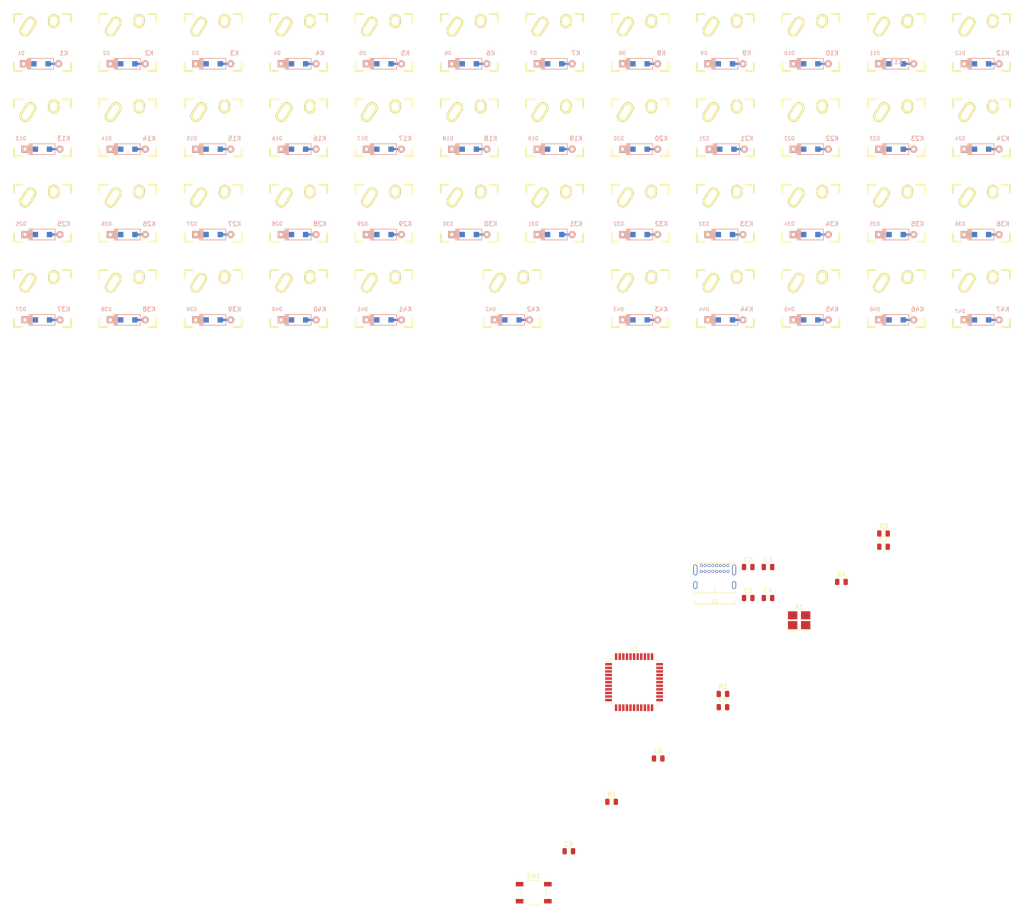
<source format=kicad_pcb>
(kicad_pcb (version 20171130) (host pcbnew "(5.1.0)-1")
  (layers (0 F.Cu signal) (31 B.Cu signal) (34 B.Paste user) (35 F.Paste user) (36 B.SilkS user) (37 F.SilkS user) (38 B.Mask user) (39 F.Mask user) (44 Edge.Cuts user))
  (net 0 "")
  (net 1 "Net-(C1-Pad2)")
  (net 2 "Net-(C1-Pad1)")
  (net 3 "Net-(C2-Pad1)")
  (net 4 +5V)
  (net 5 VCC)
  (net 6 "Net-(C8-Pad2)")
  (net 7 "Net-(D1-Pad2)")
  (net 8 /row0)
  (net 9 "Net-(D2-Pad2)")
  (net 10 "Net-(D3-Pad2)")
  (net 11 "Net-(D4-Pad2)")
  (net 12 "Net-(D5-Pad2)")
  (net 13 "Net-(D6-Pad2)")
  (net 14 "Net-(D7-Pad2)")
  (net 15 "Net-(D8-Pad2)")
  (net 16 "Net-(D9-Pad2)")
  (net 17 "Net-(D10-Pad2)")
  (net 18 "Net-(D11-Pad2)")
  (net 19 "Net-(D12-Pad2)")
  (net 20 "Net-(D13-Pad2)")
  (net 21 /row1)
  (net 22 "Net-(D14-Pad2)")
  (net 23 "Net-(D15-Pad2)")
  (net 24 "Net-(D16-Pad2)")
  (net 25 "Net-(D17-Pad2)")
  (net 26 "Net-(D18-Pad2)")
  (net 27 "Net-(D19-Pad2)")
  (net 28 "Net-(D20-Pad2)")
  (net 29 "Net-(D21-Pad2)")
  (net 30 "Net-(D22-Pad2)")
  (net 31 "Net-(D23-Pad2)")
  (net 32 "Net-(D24-Pad2)")
  (net 33 "Net-(D25-Pad2)")
  (net 34 /row2)
  (net 35 "Net-(D26-Pad2)")
  (net 36 "Net-(D27-Pad2)")
  (net 37 "Net-(D28-Pad2)")
  (net 38 "Net-(D29-Pad2)")
  (net 39 "Net-(D30-Pad2)")
  (net 40 "Net-(D31-Pad2)")
  (net 41 "Net-(D32-Pad2)")
  (net 42 "Net-(D33-Pad2)")
  (net 43 "Net-(D34-Pad2)")
  (net 44 "Net-(D35-Pad2)")
  (net 45 "Net-(D36-Pad2)")
  (net 46 "Net-(D37-Pad2)")
  (net 47 /row3)
  (net 48 "Net-(D38-Pad2)")
  (net 49 "Net-(D39-Pad2)")
  (net 50 "Net-(D40-Pad2)")
  (net 51 "Net-(D41-Pad2)")
  (net 52 "Net-(D42-Pad2)")
  (net 53 "Net-(D43-Pad2)")
  (net 54 "Net-(D44-Pad2)")
  (net 55 "Net-(D45-Pad2)")
  (net 56 "Net-(D46-Pad2)")
  (net 57 "Net-(D47-Pad2)")
  (net 58 "Net-(J1-PadB5)")
  (net 59 "Net-(J1-PadA6)")
  (net 60 "Net-(J1-PadA7)")
  (net 61 "Net-(J1-PadB8)")
  (net 62 "Net-(J1-PadA8)")
  (net 63 "Net-(J1-PadA5)")
  (net 64 /col0)
  (net 65 /col1)
  (net 66 /col2)
  (net 67 /col3)
  (net 68 /col4)
  (net 69 /col5)
  (net 70 /col6)
  (net 71 /col7)
  (net 72 /col8)
  (net 73 /col9)
  (net 74 /col10)
  (net 75 /col11)
  (net 76 "Net-(K25-Pad1)")
  (net 77 "Net-(K26-Pad1)")
  (net 78 "Net-(R1-Pad1)")
  (net 79 "Net-(R2-Pad2)")
  (net 80 "Net-(R3-Pad1)")
  (net 81 "Net-(R4-Pad1)")
  (net 82 "Net-(U1-Pad1)")
  (net 83 "Net-(U1-Pad7)")
  (net 84 "Net-(U1-Pad8)")
  (net 85 "Net-(U1-Pad9)")
  (net 86 "Net-(U1-Pad10)")
  (net 87 "Net-(U1-Pad11)")
  (net 88 "Net-(U1-Pad12)")
  (net 89 "Net-(U1-Pad14)")
  (net 90 "Net-(U1-Pad15)")
  (net 91 "Net-(U1-Pad22)")
  (net 92 "Net-(U1-Pad36)")
  (net 93 "Net-(U1-Pad37)")
  (net 94 "Net-(U1-Pad42)")
  (module Capacitor_SMD:C_0805_2012Metric (layer F.Cu) (at 193.206251 154.931251)
    (fp_text reference C1 (at 0 -1.65) (layer F.SilkS))
    (fp_text value 22pF)
    (pad 2 smd roundrect (at 0.9375 0) (size 0.975 1.4) (layers F.Cu F.Paste F.Mask) (net 1 "Net-(C1-Pad2)"))
    (pad 1 smd roundrect (at -0.9375 0) (size 0.975 1.4) (layers F.Cu F.Paste F.Mask) (net 2 "Net-(C1-Pad1)"))
  )
  (module Capacitor_SMD:C_0805_2012Metric (layer F.Cu) (at 193.206251 148.011251)
    (fp_text reference C2 (at 0 -1.65) (layer F.SilkS))
    (fp_text value 22pF)
    (pad 1 smd roundrect (at -0.9375 0) (size 0.975 1.4) (layers F.Cu F.Paste F.Mask) (net 3 "Net-(C2-Pad1)"))
    (pad 2 smd roundrect (at 0.9375 0) (size 0.975 1.4) (layers F.Cu F.Paste F.Mask) (net 1 "Net-(C1-Pad2)"))
  )
  (module Capacitor_SMD:C_0805_2012Metric (layer F.Cu) (at 197.616251 148.011251)
    (fp_text reference C3 (at 0 -1.65) (layer F.SilkS))
    (fp_text value 0.1uF)
    (pad 2 smd roundrect (at 0.9375 0) (size 0.975 1.4) (layers F.Cu F.Paste F.Mask) (net 4 +5V))
    (pad 1 smd roundrect (at -0.9375 0) (size 0.975 1.4) (layers F.Cu F.Paste F.Mask) (net 5 VCC))
  )
  (module Capacitor_SMD:C_0805_2012Metric (layer F.Cu) (at 197.616251 154.931251)
    (fp_text reference C4 (at 0 -1.65) (layer F.SilkS))
    (fp_text value 0.1uF)
    (pad 1 smd roundrect (at -0.9375 0) (size 0.975 1.4) (layers F.Cu F.Paste F.Mask) (net 5 VCC))
    (pad 2 smd roundrect (at 0.9375 0) (size 0.975 1.4) (layers F.Cu F.Paste F.Mask) (net 4 +5V))
  )
  (module Capacitor_SMD:C_0805_2012Metric (layer F.Cu) (at 153.176251 211.431251)
    (fp_text reference C5 (at 0 -1.65) (layer F.SilkS))
    (fp_text value 0.1uF)
    (pad 2 smd roundrect (at 0.9375 0) (size 0.975 1.4) (layers F.Cu F.Paste F.Mask) (net 4 +5V))
    (pad 1 smd roundrect (at -0.9375 0) (size 0.975 1.4) (layers F.Cu F.Paste F.Mask) (net 5 VCC))
  )
  (module Capacitor_SMD:C_0805_2012Metric (layer F.Cu) (at 173.116251 190.731251)
    (fp_text reference C6 (at 0 -1.65) (layer F.SilkS))
    (fp_text value 0.1uF)
    (pad 1 smd roundrect (at -0.9375 0) (size 0.975 1.4) (layers F.Cu F.Paste F.Mask) (net 5 VCC))
    (pad 2 smd roundrect (at 0.9375 0) (size 0.975 1.4) (layers F.Cu F.Paste F.Mask) (net 4 +5V))
  )
  (module Capacitor_SMD:C_0805_2012Metric (layer F.Cu) (at 223.396251 143.481251)
    (fp_text reference C7 (at 0 -1.65) (layer F.SilkS))
    (fp_text value 0.1uF)
    (pad 2 smd roundrect (at 0.9375 0) (size 0.975 1.4) (layers F.Cu F.Paste F.Mask) (net 4 +5V))
    (pad 1 smd roundrect (at -0.9375 0) (size 0.975 1.4) (layers F.Cu F.Paste F.Mask) (net 5 VCC))
  )
  (module Capacitor_SMD:C_0805_2012Metric (layer F.Cu) (at 187.566251 179.281251)
    (fp_text reference C8 (at 0 -1.65) (layer F.SilkS))
    (fp_text value 1uF)
    (pad 1 smd roundrect (at -0.9375 0) (size 0.975 1.4) (layers F.Cu F.Paste F.Mask) (net 4 +5V))
    (pad 2 smd roundrect (at 0.9375 0) (size 0.975 1.4) (layers F.Cu F.Paste F.Mask) (net 6 "Net-(C8-Pad2)"))
  )
  (module keyboard_parts:D_SOD123_axial (layer B.Cu) (at 35.4 35.71875)
    (fp_text reference D1 (at -4.44375 -2.38125) (layer B.SilkS) (effects (font (size 0.8 0.8)) (justify mirror)))
    (fp_text value D hide)
    (pad 2 smd rect (at 2.7 0) (size 2.5 0.5) (layers B.Cu) (net 7 "Net-(D1-Pad2)"))
    (pad 1 smd rect (at -2.7 0) (size 2.5 0.5) (layers B.Cu) (net 8 /row0))
    (pad 2 thru_hole circle (at 3.9 0) (size 1.6 1.6) (drill 0.7) (layers *.Cu *.Mask B.SilkS) (net 7 "Net-(D1-Pad2)"))
    (pad 1 thru_hole rect (at -3.9 0) (size 1.6 1.6) (drill 0.7) (layers *.Cu *.Mask B.SilkS) (net 8 /row0))
    (pad 1 smd rect (at -1.575 0) (size 1.2 1.2) (layers B.Cu B.Paste B.Mask) (net 8 /row0))
    (pad 2 smd rect (at 1.575 0) (size 1.2 1.2) (layers B.Cu B.Paste B.Mask) (net 7 "Net-(D1-Pad2)"))
  )
  (module keyboard_parts:D_SOD123_axial (layer B.Cu) (at 54.76875 35.71875)
    (fp_text reference D2 (at -4.7625 -2.38125) (layer B.SilkS) (effects (font (size 0.8 0.8)) (justify mirror)))
    (fp_text value D hide)
    (pad 2 smd rect (at 1.575 0) (size 1.2 1.2) (layers B.Cu B.Paste B.Mask) (net 9 "Net-(D2-Pad2)"))
    (pad 1 smd rect (at -1.575 0) (size 1.2 1.2) (layers B.Cu B.Paste B.Mask) (net 8 /row0))
    (pad 1 thru_hole rect (at -3.9 0) (size 1.6 1.6) (drill 0.7) (layers *.Cu *.Mask B.SilkS) (net 8 /row0))
    (pad 2 thru_hole circle (at 3.9 0) (size 1.6 1.6) (drill 0.7) (layers *.Cu *.Mask B.SilkS) (net 9 "Net-(D2-Pad2)"))
    (pad 1 smd rect (at -2.7 0) (size 2.5 0.5) (layers B.Cu) (net 8 /row0))
    (pad 2 smd rect (at 2.7 0) (size 2.5 0.5) (layers B.Cu) (net 9 "Net-(D2-Pad2)"))
  )
  (module keyboard_parts:D_SOD123_axial (layer B.Cu) (at 73.81875 35.71875)
    (fp_text reference D3 (at -3.95625 -2.38125) (layer B.SilkS) (effects (font (size 0.8 0.8)) (justify mirror)))
    (fp_text value D hide)
    (pad 2 smd rect (at 2.7 0) (size 2.5 0.5) (layers B.Cu) (net 10 "Net-(D3-Pad2)"))
    (pad 1 smd rect (at -2.7 0) (size 2.5 0.5) (layers B.Cu) (net 8 /row0))
    (pad 2 thru_hole circle (at 3.9 0) (size 1.6 1.6) (drill 0.7) (layers *.Cu *.Mask B.SilkS) (net 10 "Net-(D3-Pad2)"))
    (pad 1 thru_hole rect (at -3.9 0) (size 1.6 1.6) (drill 0.7) (layers *.Cu *.Mask B.SilkS) (net 8 /row0))
    (pad 1 smd rect (at -1.575 0) (size 1.2 1.2) (layers B.Cu B.Paste B.Mask) (net 8 /row0))
    (pad 2 smd rect (at 1.575 0) (size 1.2 1.2) (layers B.Cu B.Paste B.Mask) (net 10 "Net-(D3-Pad2)"))
  )
  (module keyboard_parts:D_SOD123_axial (layer B.Cu) (at 92.86875 35.71875)
    (fp_text reference D4 (at -4.7625 -2.38125) (layer B.SilkS) (effects (font (size 0.8 0.8)) (justify mirror)))
    (fp_text value D hide)
    (pad 2 smd rect (at 1.575 0) (size 1.2 1.2) (layers B.Cu B.Paste B.Mask) (net 11 "Net-(D4-Pad2)"))
    (pad 1 smd rect (at -1.575 0) (size 1.2 1.2) (layers B.Cu B.Paste B.Mask) (net 8 /row0))
    (pad 1 thru_hole rect (at -3.9 0) (size 1.6 1.6) (drill 0.7) (layers *.Cu *.Mask B.SilkS) (net 8 /row0))
    (pad 2 thru_hole circle (at 3.9 0) (size 1.6 1.6) (drill 0.7) (layers *.Cu *.Mask B.SilkS) (net 11 "Net-(D4-Pad2)"))
    (pad 1 smd rect (at -2.7 0) (size 2.5 0.5) (layers B.Cu) (net 8 /row0))
    (pad 2 smd rect (at 2.7 0) (size 2.5 0.5) (layers B.Cu) (net 11 "Net-(D4-Pad2)"))
  )
  (module keyboard_parts:D_SOD123_axial (layer B.Cu) (at 111.91875 35.71875)
    (fp_text reference D5 (at -4.7625 -2.38125) (layer B.SilkS) (effects (font (size 0.8 0.8)) (justify mirror)))
    (fp_text value D hide)
    (pad 2 smd rect (at 1.575 0) (size 1.2 1.2) (layers B.Cu B.Paste B.Mask) (net 12 "Net-(D5-Pad2)"))
    (pad 1 smd rect (at -1.575 0) (size 1.2 1.2) (layers B.Cu B.Paste B.Mask) (net 8 /row0))
    (pad 1 thru_hole rect (at -3.9 0) (size 1.6 1.6) (drill 0.7) (layers *.Cu *.Mask B.SilkS) (net 8 /row0))
    (pad 2 thru_hole circle (at 3.9 0) (size 1.6 1.6) (drill 0.7) (layers *.Cu *.Mask B.SilkS) (net 12 "Net-(D5-Pad2)"))
    (pad 1 smd rect (at -2.7 0) (size 2.5 0.5) (layers B.Cu) (net 8 /row0))
    (pad 2 smd rect (at 2.7 0) (size 2.5 0.5) (layers B.Cu) (net 12 "Net-(D5-Pad2)"))
  )
  (module keyboard_parts:D_SOD123_axial (layer B.Cu) (at 130.96875 35.71875)
    (fp_text reference D6 (at -4.7625 -2.38125) (layer B.SilkS) (effects (font (size 0.8 0.8)) (justify mirror)))
    (fp_text value D hide)
    (pad 2 smd rect (at 2.7 0) (size 2.5 0.5) (layers B.Cu) (net 13 "Net-(D6-Pad2)"))
    (pad 1 smd rect (at -2.7 0) (size 2.5 0.5) (layers B.Cu) (net 8 /row0))
    (pad 2 thru_hole circle (at 3.9 0) (size 1.6 1.6) (drill 0.7) (layers *.Cu *.Mask B.SilkS) (net 13 "Net-(D6-Pad2)"))
    (pad 1 thru_hole rect (at -3.9 0) (size 1.6 1.6) (drill 0.7) (layers *.Cu *.Mask B.SilkS) (net 8 /row0))
    (pad 1 smd rect (at -1.575 0) (size 1.2 1.2) (layers B.Cu B.Paste B.Mask) (net 8 /row0))
    (pad 2 smd rect (at 1.575 0) (size 1.2 1.2) (layers B.Cu B.Paste B.Mask) (net 13 "Net-(D6-Pad2)"))
  )
  (module keyboard_parts:D_SOD123_axial (layer B.Cu) (at 150.01875 35.71875)
    (fp_text reference D7 (at -4.7625 -2.38125) (layer B.SilkS) (effects (font (size 0.8 0.8)) (justify mirror)))
    (fp_text value D hide)
    (pad 2 smd rect (at 1.575 0) (size 1.2 1.2) (layers B.Cu B.Paste B.Mask) (net 14 "Net-(D7-Pad2)"))
    (pad 1 smd rect (at -1.575 0) (size 1.2 1.2) (layers B.Cu B.Paste B.Mask) (net 8 /row0))
    (pad 1 thru_hole rect (at -3.9 0) (size 1.6 1.6) (drill 0.7) (layers *.Cu *.Mask B.SilkS) (net 8 /row0))
    (pad 2 thru_hole circle (at 3.9 0) (size 1.6 1.6) (drill 0.7) (layers *.Cu *.Mask B.SilkS) (net 14 "Net-(D7-Pad2)"))
    (pad 1 smd rect (at -2.7 0) (size 2.5 0.5) (layers B.Cu) (net 8 /row0))
    (pad 2 smd rect (at 2.7 0) (size 2.5 0.5) (layers B.Cu) (net 14 "Net-(D7-Pad2)"))
  )
  (module keyboard_parts:D_SOD123_axial (layer B.Cu) (at 169.06875 35.71875)
    (fp_text reference D8 (at -3.95625 -2.38125) (layer B.SilkS) (effects (font (size 0.8 0.8)) (justify mirror)))
    (fp_text value D hide)
    (pad 2 smd rect (at 2.7 0) (size 2.5 0.5) (layers B.Cu) (net 15 "Net-(D8-Pad2)"))
    (pad 1 smd rect (at -2.7 0) (size 2.5 0.5) (layers B.Cu) (net 8 /row0))
    (pad 2 thru_hole circle (at 3.9 0) (size 1.6 1.6) (drill 0.7) (layers *.Cu *.Mask B.SilkS) (net 15 "Net-(D8-Pad2)"))
    (pad 1 thru_hole rect (at -3.9 0) (size 1.6 1.6) (drill 0.7) (layers *.Cu *.Mask B.SilkS) (net 8 /row0))
    (pad 1 smd rect (at -1.575 0) (size 1.2 1.2) (layers B.Cu B.Paste B.Mask) (net 8 /row0))
    (pad 2 smd rect (at 1.575 0) (size 1.2 1.2) (layers B.Cu B.Paste B.Mask) (net 15 "Net-(D8-Pad2)"))
  )
  (module keyboard_parts:D_SOD123_axial (layer B.Cu) (at 188.11875 35.71875)
    (fp_text reference D9 (at -4.7625 -2.38125) (layer B.SilkS) (effects (font (size 0.8 0.8)) (justify mirror)))
    (fp_text value D hide)
    (pad 2 smd rect (at 1.575 0) (size 1.2 1.2) (layers B.Cu B.Paste B.Mask) (net 16 "Net-(D9-Pad2)"))
    (pad 1 smd rect (at -1.575 0) (size 1.2 1.2) (layers B.Cu B.Paste B.Mask) (net 8 /row0))
    (pad 1 thru_hole rect (at -3.9 0) (size 1.6 1.6) (drill 0.7) (layers *.Cu *.Mask B.SilkS) (net 8 /row0))
    (pad 2 thru_hole circle (at 3.9 0) (size 1.6 1.6) (drill 0.7) (layers *.Cu *.Mask B.SilkS) (net 16 "Net-(D9-Pad2)"))
    (pad 1 smd rect (at -2.7 0) (size 2.5 0.5) (layers B.Cu) (net 8 /row0))
    (pad 2 smd rect (at 2.7 0) (size 2.5 0.5) (layers B.Cu) (net 16 "Net-(D9-Pad2)"))
  )
  (module keyboard_parts:D_SOD123_axial (layer B.Cu) (at 207.16875 35.71875)
    (fp_text reference D10 (at -4.7625 -2.38125) (layer B.SilkS) (effects (font (size 0.8 0.8)) (justify mirror)))
    (fp_text value D hide)
    (pad 2 smd rect (at 1.575 0) (size 1.2 1.2) (layers B.Cu B.Paste B.Mask) (net 17 "Net-(D10-Pad2)"))
    (pad 1 smd rect (at -1.575 0) (size 1.2 1.2) (layers B.Cu B.Paste B.Mask) (net 8 /row0))
    (pad 1 thru_hole rect (at -3.9 0) (size 1.6 1.6) (drill 0.7) (layers *.Cu *.Mask B.SilkS) (net 8 /row0))
    (pad 2 thru_hole circle (at 3.9 0) (size 1.6 1.6) (drill 0.7) (layers *.Cu *.Mask B.SilkS) (net 17 "Net-(D10-Pad2)"))
    (pad 1 smd rect (at -2.7 0) (size 2.5 0.5) (layers B.Cu) (net 8 /row0))
    (pad 2 smd rect (at 2.7 0) (size 2.5 0.5) (layers B.Cu) (net 17 "Net-(D10-Pad2)"))
  )
  (module keyboard_parts:D_SOD123_axial (layer B.Cu) (at 226.21875 35.71875)
    (fp_text reference D11 (at -4.7625 -2.38125) (layer B.SilkS) (effects (font (size 0.8 0.8)) (justify mirror)))
    (fp_text value D hide)
    (pad 2 smd rect (at 2.7 0) (size 2.5 0.5) (layers B.Cu) (net 18 "Net-(D11-Pad2)"))
    (pad 1 smd rect (at -2.7 0) (size 2.5 0.5) (layers B.Cu) (net 8 /row0))
    (pad 2 thru_hole circle (at 3.9 0) (size 1.6 1.6) (drill 0.7) (layers *.Cu *.Mask B.SilkS) (net 18 "Net-(D11-Pad2)"))
    (pad 1 thru_hole rect (at -3.9 0) (size 1.6 1.6) (drill 0.7) (layers *.Cu *.Mask B.SilkS) (net 8 /row0))
    (pad 1 smd rect (at -1.575 0) (size 1.2 1.2) (layers B.Cu B.Paste B.Mask) (net 8 /row0))
    (pad 2 smd rect (at 1.575 0) (size 1.2 1.2) (layers B.Cu B.Paste B.Mask) (net 18 "Net-(D11-Pad2)"))
  )
  (module keyboard_parts:D_SOD123_axial (layer B.Cu) (at 245.26875 35.71875)
    (fp_text reference D12 (at -4.7625 -2.38125) (layer B.SilkS) (effects (font (size 0.8 0.8)) (justify mirror)))
    (fp_text value D hide)
    (pad 2 smd rect (at 2.7 0) (size 2.5 0.5) (layers B.Cu) (net 19 "Net-(D12-Pad2)"))
    (pad 1 smd rect (at -2.7 0) (size 2.5 0.5) (layers B.Cu) (net 8 /row0))
    (pad 2 thru_hole circle (at 3.9 0) (size 1.6 1.6) (drill 0.7) (layers *.Cu *.Mask B.SilkS) (net 19 "Net-(D12-Pad2)"))
    (pad 1 thru_hole rect (at -3.9 0) (size 1.6 1.6) (drill 0.7) (layers *.Cu *.Mask B.SilkS) (net 8 /row0))
    (pad 1 smd rect (at -1.575 0) (size 1.2 1.2) (layers B.Cu B.Paste B.Mask) (net 8 /row0))
    (pad 2 smd rect (at 1.575 0) (size 1.2 1.2) (layers B.Cu B.Paste B.Mask) (net 19 "Net-(D12-Pad2)"))
  )
  (module keyboard_parts:D_SOD123_axial (layer B.Cu) (at 35.71875 54.76875)
    (fp_text reference D13 (at -4.7625 -2.38125) (layer B.SilkS) (effects (font (size 0.8 0.8)) (justify mirror)))
    (fp_text value D hide)
    (pad 2 smd rect (at 2.7 0) (size 2.5 0.5) (layers B.Cu) (net 20 "Net-(D13-Pad2)"))
    (pad 1 smd rect (at -2.7 0) (size 2.5 0.5) (layers B.Cu) (net 21 /row1))
    (pad 2 thru_hole circle (at 3.9 0) (size 1.6 1.6) (drill 0.7) (layers *.Cu *.Mask B.SilkS) (net 20 "Net-(D13-Pad2)"))
    (pad 1 thru_hole rect (at -3.9 0) (size 1.6 1.6) (drill 0.7) (layers *.Cu *.Mask B.SilkS) (net 21 /row1))
    (pad 1 smd rect (at -1.575 0) (size 1.2 1.2) (layers B.Cu B.Paste B.Mask) (net 21 /row1))
    (pad 2 smd rect (at 1.575 0) (size 1.2 1.2) (layers B.Cu B.Paste B.Mask) (net 20 "Net-(D13-Pad2)"))
  )
  (module keyboard_parts:D_SOD123_axial (layer B.Cu) (at 54.76875 54.76875)
    (fp_text reference D14 (at -4.7625 -2.38125) (layer B.SilkS) (effects (font (size 0.8 0.8)) (justify mirror)))
    (fp_text value D hide)
    (pad 2 smd rect (at 1.575 0) (size 1.2 1.2) (layers B.Cu B.Paste B.Mask) (net 22 "Net-(D14-Pad2)"))
    (pad 1 smd rect (at -1.575 0) (size 1.2 1.2) (layers B.Cu B.Paste B.Mask) (net 21 /row1))
    (pad 1 thru_hole rect (at -3.9 0) (size 1.6 1.6) (drill 0.7) (layers *.Cu *.Mask B.SilkS) (net 21 /row1))
    (pad 2 thru_hole circle (at 3.9 0) (size 1.6 1.6) (drill 0.7) (layers *.Cu *.Mask B.SilkS) (net 22 "Net-(D14-Pad2)"))
    (pad 1 smd rect (at -2.7 0) (size 2.5 0.5) (layers B.Cu) (net 21 /row1))
    (pad 2 smd rect (at 2.7 0) (size 2.5 0.5) (layers B.Cu) (net 22 "Net-(D14-Pad2)"))
  )
  (module keyboard_parts:D_SOD123_axial (layer B.Cu) (at 73.81875 54.76875)
    (fp_text reference D15 (at -4.7625 -2.38125) (layer B.SilkS) (effects (font (size 0.8 0.8)) (justify mirror)))
    (fp_text value D hide)
    (pad 2 smd rect (at 1.575 0) (size 1.2 1.2) (layers B.Cu B.Paste B.Mask) (net 23 "Net-(D15-Pad2)"))
    (pad 1 smd rect (at -1.575 0) (size 1.2 1.2) (layers B.Cu B.Paste B.Mask) (net 21 /row1))
    (pad 1 thru_hole rect (at -3.9 0) (size 1.6 1.6) (drill 0.7) (layers *.Cu *.Mask B.SilkS) (net 21 /row1))
    (pad 2 thru_hole circle (at 3.9 0) (size 1.6 1.6) (drill 0.7) (layers *.Cu *.Mask B.SilkS) (net 23 "Net-(D15-Pad2)"))
    (pad 1 smd rect (at -2.7 0) (size 2.5 0.5) (layers B.Cu) (net 21 /row1))
    (pad 2 smd rect (at 2.7 0) (size 2.5 0.5) (layers B.Cu) (net 23 "Net-(D15-Pad2)"))
  )
  (module keyboard_parts:D_SOD123_axial (layer B.Cu) (at 92.86875 54.76875)
    (fp_text reference D16 (at -4.7625 -2.38125) (layer B.SilkS) (effects (font (size 0.8 0.8)) (justify mirror)))
    (fp_text value D hide)
    (pad 2 smd rect (at 1.575 0) (size 1.2 1.2) (layers B.Cu B.Paste B.Mask) (net 24 "Net-(D16-Pad2)"))
    (pad 1 smd rect (at -1.575 0) (size 1.2 1.2) (layers B.Cu B.Paste B.Mask) (net 21 /row1))
    (pad 1 thru_hole rect (at -3.9 0) (size 1.6 1.6) (drill 0.7) (layers *.Cu *.Mask B.SilkS) (net 21 /row1))
    (pad 2 thru_hole circle (at 3.9 0) (size 1.6 1.6) (drill 0.7) (layers *.Cu *.Mask B.SilkS) (net 24 "Net-(D16-Pad2)"))
    (pad 1 smd rect (at -2.7 0) (size 2.5 0.5) (layers B.Cu) (net 21 /row1))
    (pad 2 smd rect (at 2.7 0) (size 2.5 0.5) (layers B.Cu) (net 24 "Net-(D16-Pad2)"))
  )
  (module keyboard_parts:D_SOD123_axial (layer B.Cu) (at 111.91875 54.76875)
    (fp_text reference D17 (at -4.7625 -2.38125) (layer B.SilkS) (effects (font (size 0.8 0.8)) (justify mirror)))
    (fp_text value D hide)
    (pad 2 smd rect (at 2.7 0) (size 2.5 0.5) (layers B.Cu) (net 25 "Net-(D17-Pad2)"))
    (pad 1 smd rect (at -2.7 0) (size 2.5 0.5) (layers B.Cu) (net 21 /row1))
    (pad 2 thru_hole circle (at 3.9 0) (size 1.6 1.6) (drill 0.7) (layers *.Cu *.Mask B.SilkS) (net 25 "Net-(D17-Pad2)"))
    (pad 1 thru_hole rect (at -3.9 0) (size 1.6 1.6) (drill 0.7) (layers *.Cu *.Mask B.SilkS) (net 21 /row1))
    (pad 1 smd rect (at -1.575 0) (size 1.2 1.2) (layers B.Cu B.Paste B.Mask) (net 21 /row1))
    (pad 2 smd rect (at 1.575 0) (size 1.2 1.2) (layers B.Cu B.Paste B.Mask) (net 25 "Net-(D17-Pad2)"))
  )
  (module keyboard_parts:D_SOD123_axial (layer B.Cu) (at 130.96875 54.76875)
    (fp_text reference D18 (at -4.7625 -2.38125) (layer B.SilkS) (effects (font (size 0.8 0.8)) (justify mirror)))
    (fp_text value D hide)
    (pad 2 smd rect (at 1.575 0) (size 1.2 1.2) (layers B.Cu B.Paste B.Mask) (net 26 "Net-(D18-Pad2)"))
    (pad 1 smd rect (at -1.575 0) (size 1.2 1.2) (layers B.Cu B.Paste B.Mask) (net 21 /row1))
    (pad 1 thru_hole rect (at -3.9 0) (size 1.6 1.6) (drill 0.7) (layers *.Cu *.Mask B.SilkS) (net 21 /row1))
    (pad 2 thru_hole circle (at 3.9 0) (size 1.6 1.6) (drill 0.7) (layers *.Cu *.Mask B.SilkS) (net 26 "Net-(D18-Pad2)"))
    (pad 1 smd rect (at -2.7 0) (size 2.5 0.5) (layers B.Cu) (net 21 /row1))
    (pad 2 smd rect (at 2.7 0) (size 2.5 0.5) (layers B.Cu) (net 26 "Net-(D18-Pad2)"))
  )
  (module keyboard_parts:D_SOD123_axial (layer B.Cu) (at 150.01875 54.76875)
    (fp_text reference D19 (at -4.7625 -2.38125) (layer B.SilkS) (effects (font (size 0.8 0.8)) (justify mirror)))
    (fp_text value D hide)
    (pad 2 smd rect (at 2.7 0) (size 2.5 0.5) (layers B.Cu) (net 27 "Net-(D19-Pad2)"))
    (pad 1 smd rect (at -2.7 0) (size 2.5 0.5) (layers B.Cu) (net 21 /row1))
    (pad 2 thru_hole circle (at 3.9 0) (size 1.6 1.6) (drill 0.7) (layers *.Cu *.Mask B.SilkS) (net 27 "Net-(D19-Pad2)"))
    (pad 1 thru_hole rect (at -3.9 0) (size 1.6 1.6) (drill 0.7) (layers *.Cu *.Mask B.SilkS) (net 21 /row1))
    (pad 1 smd rect (at -1.575 0) (size 1.2 1.2) (layers B.Cu B.Paste B.Mask) (net 21 /row1))
    (pad 2 smd rect (at 1.575 0) (size 1.2 1.2) (layers B.Cu B.Paste B.Mask) (net 27 "Net-(D19-Pad2)"))
  )
  (module keyboard_parts:D_SOD123_axial (layer B.Cu) (at 169.06875 54.76875)
    (fp_text reference D20 (at -4.7625 -2.38125) (layer B.SilkS) (effects (font (size 0.8 0.8)) (justify mirror)))
    (fp_text value D hide)
    (pad 2 smd rect (at 2.7 0) (size 2.5 0.5) (layers B.Cu) (net 28 "Net-(D20-Pad2)"))
    (pad 1 smd rect (at -2.7 0) (size 2.5 0.5) (layers B.Cu) (net 21 /row1))
    (pad 2 thru_hole circle (at 3.9 0) (size 1.6 1.6) (drill 0.7) (layers *.Cu *.Mask B.SilkS) (net 28 "Net-(D20-Pad2)"))
    (pad 1 thru_hole rect (at -3.9 0) (size 1.6 1.6) (drill 0.7) (layers *.Cu *.Mask B.SilkS) (net 21 /row1))
    (pad 1 smd rect (at -1.575 0) (size 1.2 1.2) (layers B.Cu B.Paste B.Mask) (net 21 /row1))
    (pad 2 smd rect (at 1.575 0) (size 1.2 1.2) (layers B.Cu B.Paste B.Mask) (net 28 "Net-(D20-Pad2)"))
  )
  (module keyboard_parts:D_SOD123_axial (layer B.Cu) (at 188.4375 54.76875)
    (fp_text reference D21 (at -5.08125 -2.38125) (layer B.SilkS) (effects (font (size 0.8 0.8)) (justify mirror)))
    (fp_text value D hide)
    (pad 2 smd rect (at 2.7 0) (size 2.5 0.5) (layers B.Cu) (net 29 "Net-(D21-Pad2)"))
    (pad 1 smd rect (at -2.7 0) (size 2.5 0.5) (layers B.Cu) (net 21 /row1))
    (pad 2 thru_hole circle (at 3.9 0) (size 1.6 1.6) (drill 0.7) (layers *.Cu *.Mask B.SilkS) (net 29 "Net-(D21-Pad2)"))
    (pad 1 thru_hole rect (at -3.9 0) (size 1.6 1.6) (drill 0.7) (layers *.Cu *.Mask B.SilkS) (net 21 /row1))
    (pad 1 smd rect (at -1.575 0) (size 1.2 1.2) (layers B.Cu B.Paste B.Mask) (net 21 /row1))
    (pad 2 smd rect (at 1.575 0) (size 1.2 1.2) (layers B.Cu B.Paste B.Mask) (net 29 "Net-(D21-Pad2)"))
  )
  (module keyboard_parts:D_SOD123_axial (layer B.Cu) (at 207.16875 54.76875)
    (fp_text reference D22 (at -4.7625 -2.38125) (layer B.SilkS) (effects (font (size 0.8 0.8)) (justify mirror)))
    (fp_text value D hide)
    (pad 2 smd rect (at 1.575 0) (size 1.2 1.2) (layers B.Cu B.Paste B.Mask) (net 30 "Net-(D22-Pad2)"))
    (pad 1 smd rect (at -1.575 0) (size 1.2 1.2) (layers B.Cu B.Paste B.Mask) (net 21 /row1))
    (pad 1 thru_hole rect (at -3.9 0) (size 1.6 1.6) (drill 0.7) (layers *.Cu *.Mask B.SilkS) (net 21 /row1))
    (pad 2 thru_hole circle (at 3.9 0) (size 1.6 1.6) (drill 0.7) (layers *.Cu *.Mask B.SilkS) (net 30 "Net-(D22-Pad2)"))
    (pad 1 smd rect (at -2.7 0) (size 2.5 0.5) (layers B.Cu) (net 21 /row1))
    (pad 2 smd rect (at 2.7 0) (size 2.5 0.5) (layers B.Cu) (net 30 "Net-(D22-Pad2)"))
  )
  (module keyboard_parts:D_SOD123_axial (layer B.Cu) (at 226.21875 54.76875)
    (fp_text reference D23 (at -4.7625 -2.38125) (layer B.SilkS) (effects (font (size 0.8 0.8)) (justify mirror)))
    (fp_text value D hide)
    (pad 2 smd rect (at 2.7 0) (size 2.5 0.5) (layers B.Cu) (net 31 "Net-(D23-Pad2)"))
    (pad 1 smd rect (at -2.7 0) (size 2.5 0.5) (layers B.Cu) (net 21 /row1))
    (pad 2 thru_hole circle (at 3.9 0) (size 1.6 1.6) (drill 0.7) (layers *.Cu *.Mask B.SilkS) (net 31 "Net-(D23-Pad2)"))
    (pad 1 thru_hole rect (at -3.9 0) (size 1.6 1.6) (drill 0.7) (layers *.Cu *.Mask B.SilkS) (net 21 /row1))
    (pad 1 smd rect (at -1.575 0) (size 1.2 1.2) (layers B.Cu B.Paste B.Mask) (net 21 /row1))
    (pad 2 smd rect (at 1.575 0) (size 1.2 1.2) (layers B.Cu B.Paste B.Mask) (net 31 "Net-(D23-Pad2)"))
  )
  (module keyboard_parts:D_SOD123_axial (layer B.Cu) (at 245.26875 54.76875)
    (fp_text reference D24 (at -4.7625 -2.38125) (layer B.SilkS) (effects (font (size 0.8 0.8)) (justify mirror)))
    (fp_text value D hide)
    (pad 2 smd rect (at 2.7 0) (size 2.5 0.5) (layers B.Cu) (net 32 "Net-(D24-Pad2)"))
    (pad 1 smd rect (at -2.7 0) (size 2.5 0.5) (layers B.Cu) (net 21 /row1))
    (pad 2 thru_hole circle (at 3.9 0) (size 1.6 1.6) (drill 0.7) (layers *.Cu *.Mask B.SilkS) (net 32 "Net-(D24-Pad2)"))
    (pad 1 thru_hole rect (at -3.9 0) (size 1.6 1.6) (drill 0.7) (layers *.Cu *.Mask B.SilkS) (net 21 /row1))
    (pad 1 smd rect (at -1.575 0) (size 1.2 1.2) (layers B.Cu B.Paste B.Mask) (net 21 /row1))
    (pad 2 smd rect (at 1.575 0) (size 1.2 1.2) (layers B.Cu B.Paste B.Mask) (net 32 "Net-(D24-Pad2)"))
  )
  (module keyboard_parts:D_SOD123_axial (layer B.Cu) (at 35.71875 73.81875)
    (fp_text reference D25 (at -4.7625 -2.38125) (layer B.SilkS) (effects (font (size 0.8 0.8)) (justify mirror)))
    (fp_text value D hide)
    (pad 2 smd rect (at 1.575 0) (size 1.2 1.2) (layers B.Cu B.Paste B.Mask) (net 33 "Net-(D25-Pad2)"))
    (pad 1 smd rect (at -1.575 0) (size 1.2 1.2) (layers B.Cu B.Paste B.Mask) (net 34 /row2))
    (pad 1 thru_hole rect (at -3.9 0) (size 1.6 1.6) (drill 0.7) (layers *.Cu *.Mask B.SilkS) (net 34 /row2))
    (pad 2 thru_hole circle (at 3.9 0) (size 1.6 1.6) (drill 0.7) (layers *.Cu *.Mask B.SilkS) (net 33 "Net-(D25-Pad2)"))
    (pad 1 smd rect (at -2.7 0) (size 2.5 0.5) (layers B.Cu) (net 34 /row2))
    (pad 2 smd rect (at 2.7 0) (size 2.5 0.5) (layers B.Cu) (net 33 "Net-(D25-Pad2)"))
  )
  (module keyboard_parts:D_SOD123_axial (layer B.Cu) (at 54.76875 73.81875)
    (fp_text reference D26 (at -4.7625 -2.38125) (layer B.SilkS) (effects (font (size 0.8 0.8)) (justify mirror)))
    (fp_text value D hide)
    (pad 2 smd rect (at 2.7 0) (size 2.5 0.5) (layers B.Cu) (net 35 "Net-(D26-Pad2)"))
    (pad 1 smd rect (at -2.7 0) (size 2.5 0.5) (layers B.Cu) (net 34 /row2))
    (pad 2 thru_hole circle (at 3.9 0) (size 1.6 1.6) (drill 0.7) (layers *.Cu *.Mask B.SilkS) (net 35 "Net-(D26-Pad2)"))
    (pad 1 thru_hole rect (at -3.9 0) (size 1.6 1.6) (drill 0.7) (layers *.Cu *.Mask B.SilkS) (net 34 /row2))
    (pad 1 smd rect (at -1.575 0) (size 1.2 1.2) (layers B.Cu B.Paste B.Mask) (net 34 /row2))
    (pad 2 smd rect (at 1.575 0) (size 1.2 1.2) (layers B.Cu B.Paste B.Mask) (net 35 "Net-(D26-Pad2)"))
  )
  (module keyboard_parts:D_SOD123_axial (layer B.Cu) (at 73.81875 73.81875)
    (fp_text reference D27 (at -4.7625 -2.38125) (layer B.SilkS) (effects (font (size 0.8 0.8)) (justify mirror)))
    (fp_text value D hide)
    (pad 2 smd rect (at 1.575 0) (size 1.2 1.2) (layers B.Cu B.Paste B.Mask) (net 36 "Net-(D27-Pad2)"))
    (pad 1 smd rect (at -1.575 0) (size 1.2 1.2) (layers B.Cu B.Paste B.Mask) (net 34 /row2))
    (pad 1 thru_hole rect (at -3.9 0) (size 1.6 1.6) (drill 0.7) (layers *.Cu *.Mask B.SilkS) (net 34 /row2))
    (pad 2 thru_hole circle (at 3.9 0) (size 1.6 1.6) (drill 0.7) (layers *.Cu *.Mask B.SilkS) (net 36 "Net-(D27-Pad2)"))
    (pad 1 smd rect (at -2.7 0) (size 2.5 0.5) (layers B.Cu) (net 34 /row2))
    (pad 2 smd rect (at 2.7 0) (size 2.5 0.5) (layers B.Cu) (net 36 "Net-(D27-Pad2)"))
  )
  (module keyboard_parts:D_SOD123_axial (layer B.Cu) (at 92.86875 73.81875)
    (fp_text reference D28 (at -4.7625 -2.38125) (layer B.SilkS) (effects (font (size 0.8 0.8)) (justify mirror)))
    (fp_text value D hide)
    (pad 2 smd rect (at 1.575 0) (size 1.2 1.2) (layers B.Cu B.Paste B.Mask) (net 37 "Net-(D28-Pad2)"))
    (pad 1 smd rect (at -1.575 0) (size 1.2 1.2) (layers B.Cu B.Paste B.Mask) (net 34 /row2))
    (pad 1 thru_hole rect (at -3.9 0) (size 1.6 1.6) (drill 0.7) (layers *.Cu *.Mask B.SilkS) (net 34 /row2))
    (pad 2 thru_hole circle (at 3.9 0) (size 1.6 1.6) (drill 0.7) (layers *.Cu *.Mask B.SilkS) (net 37 "Net-(D28-Pad2)"))
    (pad 1 smd rect (at -2.7 0) (size 2.5 0.5) (layers B.Cu) (net 34 /row2))
    (pad 2 smd rect (at 2.7 0) (size 2.5 0.5) (layers B.Cu) (net 37 "Net-(D28-Pad2)"))
  )
  (module keyboard_parts:D_SOD123_axial (layer B.Cu) (at 111.91875 73.81875)
    (fp_text reference D29 (at -4.7625 -2.38125) (layer B.SilkS) (effects (font (size 0.8 0.8)) (justify mirror)))
    (fp_text value D hide)
    (pad 2 smd rect (at 1.575 0) (size 1.2 1.2) (layers B.Cu B.Paste B.Mask) (net 38 "Net-(D29-Pad2)"))
    (pad 1 smd rect (at -1.575 0) (size 1.2 1.2) (layers B.Cu B.Paste B.Mask) (net 34 /row2))
    (pad 1 thru_hole rect (at -3.9 0) (size 1.6 1.6) (drill 0.7) (layers *.Cu *.Mask B.SilkS) (net 34 /row2))
    (pad 2 thru_hole circle (at 3.9 0) (size 1.6 1.6) (drill 0.7) (layers *.Cu *.Mask B.SilkS) (net 38 "Net-(D29-Pad2)"))
    (pad 1 smd rect (at -2.7 0) (size 2.5 0.5) (layers B.Cu) (net 34 /row2))
    (pad 2 smd rect (at 2.7 0) (size 2.5 0.5) (layers B.Cu) (net 38 "Net-(D29-Pad2)"))
  )
  (module keyboard_parts:D_SOD123_axial (layer B.Cu) (at 130.96875 73.81875)
    (fp_text reference D30 (at -4.7625 -2.38125) (layer B.SilkS) (effects (font (size 0.8 0.8)) (justify mirror)))
    (fp_text value D hide)
    (pad 2 smd rect (at 1.575 0) (size 1.2 1.2) (layers B.Cu B.Paste B.Mask) (net 39 "Net-(D30-Pad2)"))
    (pad 1 smd rect (at -1.575 0) (size 1.2 1.2) (layers B.Cu B.Paste B.Mask) (net 34 /row2))
    (pad 1 thru_hole rect (at -3.9 0) (size 1.6 1.6) (drill 0.7) (layers *.Cu *.Mask B.SilkS) (net 34 /row2))
    (pad 2 thru_hole circle (at 3.9 0) (size 1.6 1.6) (drill 0.7) (layers *.Cu *.Mask B.SilkS) (net 39 "Net-(D30-Pad2)"))
    (pad 1 smd rect (at -2.7 0) (size 2.5 0.5) (layers B.Cu) (net 34 /row2))
    (pad 2 smd rect (at 2.7 0) (size 2.5 0.5) (layers B.Cu) (net 39 "Net-(D30-Pad2)"))
  )
  (module keyboard_parts:D_SOD123_axial (layer B.Cu) (at 150.01875 73.81875)
    (fp_text reference D31 (at -4.7625 -2.38125) (layer B.SilkS) (effects (font (size 0.8 0.8)) (justify mirror)))
    (fp_text value D hide)
    (pad 2 smd rect (at 1.575 0) (size 1.2 1.2) (layers B.Cu B.Paste B.Mask) (net 40 "Net-(D31-Pad2)"))
    (pad 1 smd rect (at -1.575 0) (size 1.2 1.2) (layers B.Cu B.Paste B.Mask) (net 34 /row2))
    (pad 1 thru_hole rect (at -3.9 0) (size 1.6 1.6) (drill 0.7) (layers *.Cu *.Mask B.SilkS) (net 34 /row2))
    (pad 2 thru_hole circle (at 3.9 0) (size 1.6 1.6) (drill 0.7) (layers *.Cu *.Mask B.SilkS) (net 40 "Net-(D31-Pad2)"))
    (pad 1 smd rect (at -2.7 0) (size 2.5 0.5) (layers B.Cu) (net 34 /row2))
    (pad 2 smd rect (at 2.7 0) (size 2.5 0.5) (layers B.Cu) (net 40 "Net-(D31-Pad2)"))
  )
  (module keyboard_parts:D_SOD123_axial (layer B.Cu) (at 169.06875 73.81875)
    (fp_text reference D32 (at -4.7625 -2.38125) (layer B.SilkS) (effects (font (size 0.8 0.8)) (justify mirror)))
    (fp_text value D hide)
    (pad 2 smd rect (at 1.575 0) (size 1.2 1.2) (layers B.Cu B.Paste B.Mask) (net 41 "Net-(D32-Pad2)"))
    (pad 1 smd rect (at -1.575 0) (size 1.2 1.2) (layers B.Cu B.Paste B.Mask) (net 34 /row2))
    (pad 1 thru_hole rect (at -3.9 0) (size 1.6 1.6) (drill 0.7) (layers *.Cu *.Mask B.SilkS) (net 34 /row2))
    (pad 2 thru_hole circle (at 3.9 0) (size 1.6 1.6) (drill 0.7) (layers *.Cu *.Mask B.SilkS) (net 41 "Net-(D32-Pad2)"))
    (pad 1 smd rect (at -2.7 0) (size 2.5 0.5) (layers B.Cu) (net 34 /row2))
    (pad 2 smd rect (at 2.7 0) (size 2.5 0.5) (layers B.Cu) (net 41 "Net-(D32-Pad2)"))
  )
  (module keyboard_parts:D_SOD123_axial (layer B.Cu) (at 188.11875 73.81875)
    (fp_text reference D33 (at -4.7625 -2.38125) (layer B.SilkS) (effects (font (size 0.8 0.8)) (justify mirror)))
    (fp_text value D hide)
    (pad 2 smd rect (at 2.7 0) (size 2.5 0.5) (layers B.Cu) (net 42 "Net-(D33-Pad2)"))
    (pad 1 smd rect (at -2.7 0) (size 2.5 0.5) (layers B.Cu) (net 34 /row2))
    (pad 2 thru_hole circle (at 3.9 0) (size 1.6 1.6) (drill 0.7) (layers *.Cu *.Mask B.SilkS) (net 42 "Net-(D33-Pad2)"))
    (pad 1 thru_hole rect (at -3.9 0) (size 1.6 1.6) (drill 0.7) (layers *.Cu *.Mask B.SilkS) (net 34 /row2))
    (pad 1 smd rect (at -1.575 0) (size 1.2 1.2) (layers B.Cu B.Paste B.Mask) (net 34 /row2))
    (pad 2 smd rect (at 1.575 0) (size 1.2 1.2) (layers B.Cu B.Paste B.Mask) (net 42 "Net-(D33-Pad2)"))
  )
  (module keyboard_parts:D_SOD123_axial (layer B.Cu) (at 207.16875 73.81875)
    (fp_text reference D34 (at -4.7625 -2.38125) (layer B.SilkS) (effects (font (size 0.8 0.8)) (justify mirror)))
    (fp_text value D hide)
    (pad 2 smd rect (at 1.575 0) (size 1.2 1.2) (layers B.Cu B.Paste B.Mask) (net 43 "Net-(D34-Pad2)"))
    (pad 1 smd rect (at -1.575 0) (size 1.2 1.2) (layers B.Cu B.Paste B.Mask) (net 34 /row2))
    (pad 1 thru_hole rect (at -3.9 0) (size 1.6 1.6) (drill 0.7) (layers *.Cu *.Mask B.SilkS) (net 34 /row2))
    (pad 2 thru_hole circle (at 3.9 0) (size 1.6 1.6) (drill 0.7) (layers *.Cu *.Mask B.SilkS) (net 43 "Net-(D34-Pad2)"))
    (pad 1 smd rect (at -2.7 0) (size 2.5 0.5) (layers B.Cu) (net 34 /row2))
    (pad 2 smd rect (at 2.7 0) (size 2.5 0.5) (layers B.Cu) (net 43 "Net-(D34-Pad2)"))
  )
  (module keyboard_parts:D_SOD123_axial (layer B.Cu) (at 226.21875 73.81875)
    (fp_text reference D35 (at -4.7625 -2.38125) (layer B.SilkS) (effects (font (size 0.8 0.8)) (justify mirror)))
    (fp_text value D hide)
    (pad 2 smd rect (at 2.7 0) (size 2.5 0.5) (layers B.Cu) (net 44 "Net-(D35-Pad2)"))
    (pad 1 smd rect (at -2.7 0) (size 2.5 0.5) (layers B.Cu) (net 34 /row2))
    (pad 2 thru_hole circle (at 3.9 0) (size 1.6 1.6) (drill 0.7) (layers *.Cu *.Mask B.SilkS) (net 44 "Net-(D35-Pad2)"))
    (pad 1 thru_hole rect (at -3.9 0) (size 1.6 1.6) (drill 0.7) (layers *.Cu *.Mask B.SilkS) (net 34 /row2))
    (pad 1 smd rect (at -1.575 0) (size 1.2 1.2) (layers B.Cu B.Paste B.Mask) (net 34 /row2))
    (pad 2 smd rect (at 1.575 0) (size 1.2 1.2) (layers B.Cu B.Paste B.Mask) (net 44 "Net-(D35-Pad2)"))
  )
  (module keyboard_parts:D_SOD123_axial (layer B.Cu) (at 245.26875 73.81875)
    (fp_text reference D36 (at -4.7625 -2.38125) (layer B.SilkS) (effects (font (size 0.8 0.8)) (justify mirror)))
    (fp_text value D hide)
    (pad 2 smd rect (at 2.7 0) (size 2.5 0.5) (layers B.Cu) (net 45 "Net-(D36-Pad2)"))
    (pad 1 smd rect (at -2.7 0) (size 2.5 0.5) (layers B.Cu) (net 34 /row2))
    (pad 2 thru_hole circle (at 3.9 0) (size 1.6 1.6) (drill 0.7) (layers *.Cu *.Mask B.SilkS) (net 45 "Net-(D36-Pad2)"))
    (pad 1 thru_hole rect (at -3.9 0) (size 1.6 1.6) (drill 0.7) (layers *.Cu *.Mask B.SilkS) (net 34 /row2))
    (pad 1 smd rect (at -1.575 0) (size 1.2 1.2) (layers B.Cu B.Paste B.Mask) (net 34 /row2))
    (pad 2 smd rect (at 1.575 0) (size 1.2 1.2) (layers B.Cu B.Paste B.Mask) (net 45 "Net-(D36-Pad2)"))
  )
  (module keyboard_parts:D_SOD123_axial (layer B.Cu) (at 35.71875 92.86875)
    (fp_text reference D37 (at -4.7625 -2.38125) (layer B.SilkS) (effects (font (size 0.8 0.8)) (justify mirror)))
    (fp_text value D hide)
    (pad 2 smd rect (at 2.7 0) (size 2.5 0.5) (layers B.Cu) (net 46 "Net-(D37-Pad2)"))
    (pad 1 smd rect (at -2.7 0) (size 2.5 0.5) (layers B.Cu) (net 47 /row3))
    (pad 2 thru_hole circle (at 3.9 0) (size 1.6 1.6) (drill 0.7) (layers *.Cu *.Mask B.SilkS) (net 46 "Net-(D37-Pad2)"))
    (pad 1 thru_hole rect (at -3.9 0) (size 1.6 1.6) (drill 0.7) (layers *.Cu *.Mask B.SilkS) (net 47 /row3))
    (pad 1 smd rect (at -1.575 0) (size 1.2 1.2) (layers B.Cu B.Paste B.Mask) (net 47 /row3))
    (pad 2 smd rect (at 1.575 0) (size 1.2 1.2) (layers B.Cu B.Paste B.Mask) (net 46 "Net-(D37-Pad2)"))
  )
  (module keyboard_parts:D_SOD123_axial (layer B.Cu) (at 54.76875 92.86875)
    (fp_text reference D38 (at -4.7625 -2.38125) (layer B.SilkS) (effects (font (size 0.8 0.8)) (justify mirror)))
    (fp_text value D hide)
    (pad 2 smd rect (at 1.575 0) (size 1.2 1.2) (layers B.Cu B.Paste B.Mask) (net 48 "Net-(D38-Pad2)"))
    (pad 1 smd rect (at -1.575 0) (size 1.2 1.2) (layers B.Cu B.Paste B.Mask) (net 47 /row3))
    (pad 1 thru_hole rect (at -3.9 0) (size 1.6 1.6) (drill 0.7) (layers *.Cu *.Mask B.SilkS) (net 47 /row3))
    (pad 2 thru_hole circle (at 3.9 0) (size 1.6 1.6) (drill 0.7) (layers *.Cu *.Mask B.SilkS) (net 48 "Net-(D38-Pad2)"))
    (pad 1 smd rect (at -2.7 0) (size 2.5 0.5) (layers B.Cu) (net 47 /row3))
    (pad 2 smd rect (at 2.7 0) (size 2.5 0.5) (layers B.Cu) (net 48 "Net-(D38-Pad2)"))
  )
  (module keyboard_parts:D_SOD123_axial (layer B.Cu) (at 73.81875 92.86875)
    (fp_text reference D39 (at -4.7625 -2.38125) (layer B.SilkS) (effects (font (size 0.8 0.8)) (justify mirror)))
    (fp_text value D hide)
    (pad 2 smd rect (at 1.575 0) (size 1.2 1.2) (layers B.Cu B.Paste B.Mask) (net 49 "Net-(D39-Pad2)"))
    (pad 1 smd rect (at -1.575 0) (size 1.2 1.2) (layers B.Cu B.Paste B.Mask) (net 47 /row3))
    (pad 1 thru_hole rect (at -3.9 0) (size 1.6 1.6) (drill 0.7) (layers *.Cu *.Mask B.SilkS) (net 47 /row3))
    (pad 2 thru_hole circle (at 3.9 0) (size 1.6 1.6) (drill 0.7) (layers *.Cu *.Mask B.SilkS) (net 49 "Net-(D39-Pad2)"))
    (pad 1 smd rect (at -2.7 0) (size 2.5 0.5) (layers B.Cu) (net 47 /row3))
    (pad 2 smd rect (at 2.7 0) (size 2.5 0.5) (layers B.Cu) (net 49 "Net-(D39-Pad2)"))
  )
  (module keyboard_parts:D_SOD123_axial (layer B.Cu) (at 92.86875 92.86875)
    (fp_text reference D40 (at -4.7625 -2.38125) (layer B.SilkS) (effects (font (size 0.8 0.8)) (justify mirror)))
    (fp_text value D hide)
    (pad 2 smd rect (at 1.575 0) (size 1.2 1.2) (layers B.Cu B.Paste B.Mask) (net 50 "Net-(D40-Pad2)"))
    (pad 1 smd rect (at -1.575 0) (size 1.2 1.2) (layers B.Cu B.Paste B.Mask) (net 47 /row3))
    (pad 1 thru_hole rect (at -3.9 0) (size 1.6 1.6) (drill 0.7) (layers *.Cu *.Mask B.SilkS) (net 47 /row3))
    (pad 2 thru_hole circle (at 3.9 0) (size 1.6 1.6) (drill 0.7) (layers *.Cu *.Mask B.SilkS) (net 50 "Net-(D40-Pad2)"))
    (pad 1 smd rect (at -2.7 0) (size 2.5 0.5) (layers B.Cu) (net 47 /row3))
    (pad 2 smd rect (at 2.7 0) (size 2.5 0.5) (layers B.Cu) (net 50 "Net-(D40-Pad2)"))
  )
  (module keyboard_parts:D_SOD123_axial (layer B.Cu) (at 111.91875 92.86875)
    (fp_text reference D41 (at -4.7625 -2.38125) (layer B.SilkS) (effects (font (size 0.8 0.8)) (justify mirror)))
    (fp_text value D hide)
    (pad 2 smd rect (at 2.7 0) (size 2.5 0.5) (layers B.Cu) (net 51 "Net-(D41-Pad2)"))
    (pad 1 smd rect (at -2.7 0) (size 2.5 0.5) (layers B.Cu) (net 47 /row3))
    (pad 2 thru_hole circle (at 3.9 0) (size 1.6 1.6) (drill 0.7) (layers *.Cu *.Mask B.SilkS) (net 51 "Net-(D41-Pad2)"))
    (pad 1 thru_hole rect (at -3.9 0) (size 1.6 1.6) (drill 0.7) (layers *.Cu *.Mask B.SilkS) (net 47 /row3))
    (pad 1 smd rect (at -1.575 0) (size 1.2 1.2) (layers B.Cu B.Paste B.Mask) (net 47 /row3))
    (pad 2 smd rect (at 1.575 0) (size 1.2 1.2) (layers B.Cu B.Paste B.Mask) (net 51 "Net-(D41-Pad2)"))
  )
  (module keyboard_parts:D_SOD123_axial (layer B.Cu) (at 140.49375 92.86875)
    (fp_text reference D42 (at -4.7625 -2.38125) (layer B.SilkS) (effects (font (size 0.8 0.8)) (justify mirror)))
    (fp_text value D hide)
    (pad 2 smd rect (at 1.575 0) (size 1.2 1.2) (layers B.Cu B.Paste B.Mask) (net 52 "Net-(D42-Pad2)"))
    (pad 1 smd rect (at -1.575 0) (size 1.2 1.2) (layers B.Cu B.Paste B.Mask) (net 47 /row3))
    (pad 1 thru_hole rect (at -3.9 0) (size 1.6 1.6) (drill 0.7) (layers *.Cu *.Mask B.SilkS) (net 47 /row3))
    (pad 2 thru_hole circle (at 3.9 0) (size 1.6 1.6) (drill 0.7) (layers *.Cu *.Mask B.SilkS) (net 52 "Net-(D42-Pad2)"))
    (pad 1 smd rect (at -2.7 0) (size 2.5 0.5) (layers B.Cu) (net 47 /row3))
    (pad 2 smd rect (at 2.7 0) (size 2.5 0.5) (layers B.Cu) (net 52 "Net-(D42-Pad2)"))
  )
  (module keyboard_parts:D_SOD123_axial (layer B.Cu) (at 169.06875 92.86875)
    (fp_text reference D43 (at -4.7625 -2.38125) (layer B.SilkS) (effects (font (size 0.8 0.8)) (justify mirror)))
    (fp_text value D hide)
    (pad 2 smd rect (at 2.7 0) (size 2.5 0.5) (layers B.Cu) (net 53 "Net-(D43-Pad2)"))
    (pad 1 smd rect (at -2.7 0) (size 2.5 0.5) (layers B.Cu) (net 47 /row3))
    (pad 2 thru_hole circle (at 3.9 0) (size 1.6 1.6) (drill 0.7) (layers *.Cu *.Mask B.SilkS) (net 53 "Net-(D43-Pad2)"))
    (pad 1 thru_hole rect (at -3.9 0) (size 1.6 1.6) (drill 0.7) (layers *.Cu *.Mask B.SilkS) (net 47 /row3))
    (pad 1 smd rect (at -1.575 0) (size 1.2 1.2) (layers B.Cu B.Paste B.Mask) (net 47 /row3))
    (pad 2 smd rect (at 1.575 0) (size 1.2 1.2) (layers B.Cu B.Paste B.Mask) (net 53 "Net-(D43-Pad2)"))
  )
  (module keyboard_parts:D_SOD123_axial (layer B.Cu) (at 188.11875 92.86875)
    (fp_text reference D44 (at -4.7625 -2.38125) (layer B.SilkS) (effects (font (size 0.8 0.8)) (justify mirror)))
    (fp_text value D hide)
    (pad 2 smd rect (at 2.7 0) (size 2.5 0.5) (layers B.Cu) (net 54 "Net-(D44-Pad2)"))
    (pad 1 smd rect (at -2.7 0) (size 2.5 0.5) (layers B.Cu) (net 47 /row3))
    (pad 2 thru_hole circle (at 3.9 0) (size 1.6 1.6) (drill 0.7) (layers *.Cu *.Mask B.SilkS) (net 54 "Net-(D44-Pad2)"))
    (pad 1 thru_hole rect (at -3.9 0) (size 1.6 1.6) (drill 0.7) (layers *.Cu *.Mask B.SilkS) (net 47 /row3))
    (pad 1 smd rect (at -1.575 0) (size 1.2 1.2) (layers B.Cu B.Paste B.Mask) (net 47 /row3))
    (pad 2 smd rect (at 1.575 0) (size 1.2 1.2) (layers B.Cu B.Paste B.Mask) (net 54 "Net-(D44-Pad2)"))
  )
  (module keyboard_parts:D_SOD123_axial (layer B.Cu) (at 207.16875 92.86875)
    (fp_text reference D45 (at -4.7625 -2.38125) (layer B.SilkS) (effects (font (size 0.8 0.8)) (justify mirror)))
    (fp_text value D hide)
    (pad 2 smd rect (at 2.7 0) (size 2.5 0.5) (layers B.Cu) (net 55 "Net-(D45-Pad2)"))
    (pad 1 smd rect (at -2.7 0) (size 2.5 0.5) (layers B.Cu) (net 47 /row3))
    (pad 2 thru_hole circle (at 3.9 0) (size 1.6 1.6) (drill 0.7) (layers *.Cu *.Mask B.SilkS) (net 55 "Net-(D45-Pad2)"))
    (pad 1 thru_hole rect (at -3.9 0) (size 1.6 1.6) (drill 0.7) (layers *.Cu *.Mask B.SilkS) (net 47 /row3))
    (pad 1 smd rect (at -1.575 0) (size 1.2 1.2) (layers B.Cu B.Paste B.Mask) (net 47 /row3))
    (pad 2 smd rect (at 1.575 0) (size 1.2 1.2) (layers B.Cu B.Paste B.Mask) (net 55 "Net-(D45-Pad2)"))
  )
  (module keyboard_parts:D_SOD123_axial (layer B.Cu) (at 226.21875 92.86875)
    (fp_text reference D46 (at -4.7625 -2.38125) (layer B.SilkS) (effects (font (size 0.8 0.8)) (justify mirror)))
    (fp_text value D hide)
    (pad 2 smd rect (at 2.7 0) (size 2.5 0.5) (layers B.Cu) (net 56 "Net-(D46-Pad2)"))
    (pad 1 smd rect (at -2.7 0) (size 2.5 0.5) (layers B.Cu) (net 47 /row3))
    (pad 2 thru_hole circle (at 3.9 0) (size 1.6 1.6) (drill 0.7) (layers *.Cu *.Mask B.SilkS) (net 56 "Net-(D46-Pad2)"))
    (pad 1 thru_hole rect (at -3.9 0) (size 1.6 1.6) (drill 0.7) (layers *.Cu *.Mask B.SilkS) (net 47 /row3))
    (pad 1 smd rect (at -1.575 0) (size 1.2 1.2) (layers B.Cu B.Paste B.Mask) (net 47 /row3))
    (pad 2 smd rect (at 1.575 0) (size 1.2 1.2) (layers B.Cu B.Paste B.Mask) (net 56 "Net-(D46-Pad2)"))
  )
  (module keyboard_parts:D_SOD123_axial (layer B.Cu) (at 245.26875 92.86875)
    (fp_text reference D47 (at -4.7625 -1.925) (layer B.SilkS) (effects (font (size 0.8 0.8)) (justify mirror)))
    (fp_text value D hide)
    (pad 2 smd rect (at 1.575 0) (size 1.2 1.2) (layers B.Cu B.Paste B.Mask) (net 57 "Net-(D47-Pad2)"))
    (pad 1 smd rect (at -1.575 0) (size 1.2 1.2) (layers B.Cu B.Paste B.Mask) (net 47 /row3))
    (pad 1 thru_hole rect (at -3.9 0) (size 1.6 1.6) (drill 0.7) (layers *.Cu *.Mask B.SilkS) (net 47 /row3))
    (pad 2 thru_hole circle (at 3.9 0) (size 1.6 1.6) (drill 0.7) (layers *.Cu *.Mask B.SilkS) (net 57 "Net-(D47-Pad2)"))
    (pad 1 smd rect (at -2.7 0) (size 2.5 0.5) (layers B.Cu) (net 47 /row3))
    (pad 2 smd rect (at 2.7 0) (size 2.5 0.5) (layers B.Cu) (net 57 "Net-(D47-Pad2)"))
  )
  (module Type-C:USB_C_GCT_USB4085 (layer F.Cu) (at 185.72625 153.771251)
    (fp_text reference J1 (at 0 1.85) (layer F.SilkS))
    (fp_text value USB_C_Receptacle_USB2.0)
    (pad S1 thru_hole oval (at 4.325 -1.74) (size 0.9 1.7) (drill oval 0.6 1.4) (layers *.Cu *.Mask) (net 4 +5V))
    (pad S1 thru_hole oval (at -4.325 -1.74) (size 0.9 1.7) (drill oval 0.6 1.4) (layers *.Cu *.Mask) (net 4 +5V))
    (pad S1 thru_hole oval (at 4.325 -5.12) (size 0.9 2.4) (drill oval 0.6 2.1) (layers *.Cu *.Mask) (net 4 +5V))
    (pad S1 thru_hole oval (at -4.325 -5.12) (size 0.9 2.4) (drill oval 0.6 2.1) (layers *.Cu *.Mask) (net 4 +5V))
    (pad B1 thru_hole circle (at 2.98 -4.775) (size 0.65 0.65) (drill 0.4) (layers *.Cu *.Mask) (net 4 +5V))
    (pad B4 thru_hole circle (at 2.13 -4.775) (size 0.65 0.65) (drill 0.4) (layers *.Cu *.Mask) (net 5 VCC))
    (pad B5 thru_hole circle (at 1.28 -4.775) (size 0.65 0.65) (drill 0.4) (layers *.Cu *.Mask) (net 58 "Net-(J1-PadB5)"))
    (pad B6 thru_hole circle (at 0.43 -4.775) (size 0.65 0.65) (drill 0.4) (layers *.Cu *.Mask) (net 59 "Net-(J1-PadA6)"))
    (pad B7 thru_hole circle (at -0.42 -4.775) (size 0.65 0.65) (drill 0.4) (layers *.Cu *.Mask) (net 60 "Net-(J1-PadA7)"))
    (pad B8 thru_hole circle (at -1.27 -4.775) (size 0.65 0.65) (drill 0.4) (layers *.Cu *.Mask) (net 61 "Net-(J1-PadB8)"))
    (pad B9 thru_hole circle (at -2.12 -4.775) (size 0.65 0.65) (drill 0.4) (layers *.Cu *.Mask) (net 5 VCC))
    (pad B12 thru_hole circle (at -2.975 -4.775) (size 0.65 0.65) (drill 0.4) (layers *.Cu *.Mask) (net 4 +5V))
    (pad A12 thru_hole circle (at 2.975 -6.1) (size 0.65 0.65) (drill 0.4) (layers *.Cu *.Mask) (net 4 +5V))
    (pad A9 thru_hole circle (at 2.125 -6.1) (size 0.65 0.65) (drill 0.4) (layers *.Cu *.Mask) (net 5 VCC))
    (pad A8 thru_hole circle (at 1.275 -6.1) (size 0.65 0.65) (drill 0.4) (layers *.Cu *.Mask) (net 62 "Net-(J1-PadA8)"))
    (pad A7 thru_hole circle (at 0.425 -6.1) (size 0.65 0.65) (drill 0.4) (layers *.Cu *.Mask) (net 60 "Net-(J1-PadA7)"))
    (pad A6 thru_hole circle (at -0.425 -6.1) (size 0.65 0.65) (drill 0.4) (layers *.Cu *.Mask) (net 59 "Net-(J1-PadA6)"))
    (pad A4 thru_hole circle (at -2.125 -6.1) (size 0.65 0.65) (drill 0.4) (layers *.Cu *.Mask) (net 5 VCC))
    (pad A1 thru_hole circle (at -2.975 -6.1) (size 0.65 0.65) (drill 0.4) (layers *.Cu *.Mask) (net 4 +5V))
    (pad A5 thru_hole circle (at -1.275 -6.1) (size 0.65 0.65) (drill 0.4) (layers *.Cu *.Mask) (net 63 "Net-(J1-PadA5)"))
  )
  (module keebs:Mx_Alps_100 (layer F.Cu) (at 35.71875 30.95625)
    (fp_text reference K1 (at 4.7625 2.38125) (layer B.SilkS) (effects (font (thickness 0.2)) (justify mirror)))
    (fp_text value KEYSW hide)
    (pad "" np_thru_hole circle (at 0 0) (size 3.9878 3.9878) (drill 3.9878) (layers *.Cu *.Mask))
    (pad "" np_thru_hole circle (at -5.08 0) (size 1.7018 1.7018) (drill 1.7018) (layers *.Cu *.Mask))
    (pad "" np_thru_hole circle (at 5.08 0) (size 1.7018 1.7018) (drill 1.7018) (layers *.Cu *.Mask))
    (pad 1 thru_hole oval (at -3.255 -3.52 327.5) (size 2.5 4.75) (drill oval 1.5 3.75) (layers *.Cu *.Mask F.SilkS) (net 64 /col0))
    (pad 2 thru_hole oval (at 2.52 -4.79 356.1) (size 2.5 3.08) (drill oval 1.5 2.08) (layers *.Cu *.Mask F.SilkS) (net 7 "Net-(D1-Pad2)"))
  )
  (module keebs:Mx_Alps_100 (layer F.Cu) (at 54.76875 30.95625)
    (fp_text reference K2 (at 4.7625 2.38125) (layer B.SilkS) (effects (font (thickness 0.2)) (justify mirror)))
    (fp_text value KEYSW hide)
    (pad 2 thru_hole oval (at 2.52 -4.79 356.1) (size 2.5 3.08) (drill oval 1.5 2.08) (layers *.Cu *.Mask F.SilkS) (net 9 "Net-(D2-Pad2)"))
    (pad 1 thru_hole oval (at -3.255 -3.52 327.5) (size 2.5 4.75) (drill oval 1.5 3.75) (layers *.Cu *.Mask F.SilkS) (net 65 /col1))
    (pad "" np_thru_hole circle (at 5.08 0) (size 1.7018 1.7018) (drill 1.7018) (layers *.Cu *.Mask))
    (pad "" np_thru_hole circle (at -5.08 0) (size 1.7018 1.7018) (drill 1.7018) (layers *.Cu *.Mask))
    (pad "" np_thru_hole circle (at 0 0) (size 3.9878 3.9878) (drill 3.9878) (layers *.Cu *.Mask))
  )
  (module keebs:Mx_Alps_100 (layer F.Cu) (at 73.81875 30.95625)
    (fp_text reference K3 (at 4.7625 2.38125) (layer B.SilkS) (effects (font (thickness 0.2)) (justify mirror)))
    (fp_text value KEYSW hide)
    (pad "" np_thru_hole circle (at 0 0) (size 3.9878 3.9878) (drill 3.9878) (layers *.Cu *.Mask))
    (pad "" np_thru_hole circle (at -5.08 0) (size 1.7018 1.7018) (drill 1.7018) (layers *.Cu *.Mask))
    (pad "" np_thru_hole circle (at 5.08 0) (size 1.7018 1.7018) (drill 1.7018) (layers *.Cu *.Mask))
    (pad 1 thru_hole oval (at -3.255 -3.52 327.5) (size 2.5 4.75) (drill oval 1.5 3.75) (layers *.Cu *.Mask F.SilkS) (net 66 /col2))
    (pad 2 thru_hole oval (at 2.52 -4.79 356.1) (size 2.5 3.08) (drill oval 1.5 2.08) (layers *.Cu *.Mask F.SilkS) (net 10 "Net-(D3-Pad2)"))
  )
  (module keebs:Mx_Alps_100 (layer F.Cu) (at 92.86875 30.95625)
    (fp_text reference K4 (at 4.7625 2.38125) (layer B.SilkS) (effects (font (thickness 0.2)) (justify mirror)))
    (fp_text value KEYSW hide)
    (pad 2 thru_hole oval (at 2.52 -4.79 356.1) (size 2.5 3.08) (drill oval 1.5 2.08) (layers *.Cu *.Mask F.SilkS) (net 11 "Net-(D4-Pad2)"))
    (pad 1 thru_hole oval (at -3.255 -3.52 327.5) (size 2.5 4.75) (drill oval 1.5 3.75) (layers *.Cu *.Mask F.SilkS) (net 67 /col3))
    (pad "" np_thru_hole circle (at 5.08 0) (size 1.7018 1.7018) (drill 1.7018) (layers *.Cu *.Mask))
    (pad "" np_thru_hole circle (at -5.08 0) (size 1.7018 1.7018) (drill 1.7018) (layers *.Cu *.Mask))
    (pad "" np_thru_hole circle (at 0 0) (size 3.9878 3.9878) (drill 3.9878) (layers *.Cu *.Mask))
  )
  (module keebs:Mx_Alps_100 (layer F.Cu) (at 111.91875 30.95625)
    (fp_text reference K5 (at 4.7625 2.38125) (layer B.SilkS) (effects (font (thickness 0.2)) (justify mirror)))
    (fp_text value KEYSW hide)
    (pad "" np_thru_hole circle (at 0 0) (size 3.9878 3.9878) (drill 3.9878) (layers *.Cu *.Mask))
    (pad "" np_thru_hole circle (at -5.08 0) (size 1.7018 1.7018) (drill 1.7018) (layers *.Cu *.Mask))
    (pad "" np_thru_hole circle (at 5.08 0) (size 1.7018 1.7018) (drill 1.7018) (layers *.Cu *.Mask))
    (pad 1 thru_hole oval (at -3.255 -3.52 327.5) (size 2.5 4.75) (drill oval 1.5 3.75) (layers *.Cu *.Mask F.SilkS) (net 68 /col4))
    (pad 2 thru_hole oval (at 2.52 -4.79 356.1) (size 2.5 3.08) (drill oval 1.5 2.08) (layers *.Cu *.Mask F.SilkS) (net 12 "Net-(D5-Pad2)"))
  )
  (module keebs:Mx_Alps_100 (layer F.Cu) (at 130.96875 30.95625)
    (fp_text reference K6 (at 4.7625 2.38125) (layer B.SilkS) (effects (font (thickness 0.2)) (justify mirror)))
    (fp_text value KEYSW hide)
    (pad 2 thru_hole oval (at 2.52 -4.79 356.1) (size 2.5 3.08) (drill oval 1.5 2.08) (layers *.Cu *.Mask F.SilkS) (net 13 "Net-(D6-Pad2)"))
    (pad 1 thru_hole oval (at -3.255 -3.52 327.5) (size 2.5 4.75) (drill oval 1.5 3.75) (layers *.Cu *.Mask F.SilkS) (net 69 /col5))
    (pad "" np_thru_hole circle (at 5.08 0) (size 1.7018 1.7018) (drill 1.7018) (layers *.Cu *.Mask))
    (pad "" np_thru_hole circle (at -5.08 0) (size 1.7018 1.7018) (drill 1.7018) (layers *.Cu *.Mask))
    (pad "" np_thru_hole circle (at 0 0) (size 3.9878 3.9878) (drill 3.9878) (layers *.Cu *.Mask))
  )
  (module keebs:Mx_Alps_100 (layer F.Cu) (at 150.01875 30.95625)
    (fp_text reference K7 (at 4.7625 2.38125) (layer B.SilkS) (effects (font (thickness 0.2)) (justify mirror)))
    (fp_text value KEYSW hide)
    (pad "" np_thru_hole circle (at 0 0) (size 3.9878 3.9878) (drill 3.9878) (layers *.Cu *.Mask))
    (pad "" np_thru_hole circle (at -5.08 0) (size 1.7018 1.7018) (drill 1.7018) (layers *.Cu *.Mask))
    (pad "" np_thru_hole circle (at 5.08 0) (size 1.7018 1.7018) (drill 1.7018) (layers *.Cu *.Mask))
    (pad 1 thru_hole oval (at -3.255 -3.52 327.5) (size 2.5 4.75) (drill oval 1.5 3.75) (layers *.Cu *.Mask F.SilkS) (net 70 /col6))
    (pad 2 thru_hole oval (at 2.52 -4.79 356.1) (size 2.5 3.08) (drill oval 1.5 2.08) (layers *.Cu *.Mask F.SilkS) (net 14 "Net-(D7-Pad2)"))
  )
  (module keebs:Mx_Alps_100 (layer F.Cu) (at 169.06875 30.95625)
    (fp_text reference K8 (at 4.7625 2.38125) (layer B.SilkS) (effects (font (thickness 0.2)) (justify mirror)))
    (fp_text value KEYSW hide)
    (pad 2 thru_hole oval (at 2.52 -4.79 356.1) (size 2.5 3.08) (drill oval 1.5 2.08) (layers *.Cu *.Mask F.SilkS) (net 15 "Net-(D8-Pad2)"))
    (pad 1 thru_hole oval (at -3.255 -3.52 327.5) (size 2.5 4.75) (drill oval 1.5 3.75) (layers *.Cu *.Mask F.SilkS) (net 71 /col7))
    (pad "" np_thru_hole circle (at 5.08 0) (size 1.7018 1.7018) (drill 1.7018) (layers *.Cu *.Mask))
    (pad "" np_thru_hole circle (at -5.08 0) (size 1.7018 1.7018) (drill 1.7018) (layers *.Cu *.Mask))
    (pad "" np_thru_hole circle (at 0 0) (size 3.9878 3.9878) (drill 3.9878) (layers *.Cu *.Mask))
  )
  (module keebs:Mx_Alps_100 (layer F.Cu) (at 188.11875 30.95625)
    (fp_text reference K9 (at 4.7625 2.38125) (layer B.SilkS) (effects (font (thickness 0.2)) (justify mirror)))
    (fp_text value KEYSW hide)
    (pad "" np_thru_hole circle (at 0 0) (size 3.9878 3.9878) (drill 3.9878) (layers *.Cu *.Mask))
    (pad "" np_thru_hole circle (at -5.08 0) (size 1.7018 1.7018) (drill 1.7018) (layers *.Cu *.Mask))
    (pad "" np_thru_hole circle (at 5.08 0) (size 1.7018 1.7018) (drill 1.7018) (layers *.Cu *.Mask))
    (pad 1 thru_hole oval (at -3.255 -3.52 327.5) (size 2.5 4.75) (drill oval 1.5 3.75) (layers *.Cu *.Mask F.SilkS) (net 72 /col8))
    (pad 2 thru_hole oval (at 2.52 -4.79 356.1) (size 2.5 3.08) (drill oval 1.5 2.08) (layers *.Cu *.Mask F.SilkS) (net 16 "Net-(D9-Pad2)"))
  )
  (module keebs:Mx_Alps_100 (layer F.Cu) (at 207.16875 30.95625)
    (fp_text reference K10 (at 4.7625 2.38125) (layer B.SilkS) (effects (font (thickness 0.2)) (justify mirror)))
    (fp_text value KEYSW hide)
    (pad 2 thru_hole oval (at 2.52 -4.79 356.1) (size 2.5 3.08) (drill oval 1.5 2.08) (layers *.Cu *.Mask F.SilkS) (net 17 "Net-(D10-Pad2)"))
    (pad 1 thru_hole oval (at -3.255 -3.52 327.5) (size 2.5 4.75) (drill oval 1.5 3.75) (layers *.Cu *.Mask F.SilkS) (net 73 /col9))
    (pad "" np_thru_hole circle (at 5.08 0) (size 1.7018 1.7018) (drill 1.7018) (layers *.Cu *.Mask))
    (pad "" np_thru_hole circle (at -5.08 0) (size 1.7018 1.7018) (drill 1.7018) (layers *.Cu *.Mask))
    (pad "" np_thru_hole circle (at 0 0) (size 3.9878 3.9878) (drill 3.9878) (layers *.Cu *.Mask))
  )
  (module keebs:Mx_Alps_100 (layer F.Cu) (at 226.21875 30.95625)
    (fp_text reference K11 (at 0 4.318) (layer B.SilkS) (effects (font (thickness 0.2)) (justify mirror)))
    (fp_text value KEYSW hide)
    (pad "" np_thru_hole circle (at 0 0) (size 3.9878 3.9878) (drill 3.9878) (layers *.Cu *.Mask))
    (pad "" np_thru_hole circle (at -5.08 0) (size 1.7018 1.7018) (drill 1.7018) (layers *.Cu *.Mask))
    (pad "" np_thru_hole circle (at 5.08 0) (size 1.7018 1.7018) (drill 1.7018) (layers *.Cu *.Mask))
    (pad 1 thru_hole oval (at -3.255 -3.52 327.5) (size 2.5 4.75) (drill oval 1.5 3.75) (layers *.Cu *.Mask F.SilkS) (net 74 /col10))
    (pad 2 thru_hole oval (at 2.52 -4.79 356.1) (size 2.5 3.08) (drill oval 1.5 2.08) (layers *.Cu *.Mask F.SilkS) (net 18 "Net-(D11-Pad2)"))
  )
  (module keebs:Mx_Alps_100 (layer F.Cu) (at 245.26875 30.95625)
    (fp_text reference K12 (at 4.7625 2.38125) (layer B.SilkS) (effects (font (thickness 0.2)) (justify mirror)))
    (fp_text value KEYSW hide)
    (pad 2 thru_hole oval (at 2.52 -4.79 356.1) (size 2.5 3.08) (drill oval 1.5 2.08) (layers *.Cu *.Mask F.SilkS) (net 19 "Net-(D12-Pad2)"))
    (pad 1 thru_hole oval (at -3.255 -3.52 327.5) (size 2.5 4.75) (drill oval 1.5 3.75) (layers *.Cu *.Mask F.SilkS) (net 75 /col11))
    (pad "" np_thru_hole circle (at 5.08 0) (size 1.7018 1.7018) (drill 1.7018) (layers *.Cu *.Mask))
    (pad "" np_thru_hole circle (at -5.08 0) (size 1.7018 1.7018) (drill 1.7018) (layers *.Cu *.Mask))
    (pad "" np_thru_hole circle (at 0 0) (size 3.9878 3.9878) (drill 3.9878) (layers *.Cu *.Mask))
  )
  (module keebs:Mx_Alps_100 (layer F.Cu) (at 35.71875 50.00625)
    (fp_text reference K13 (at 4.7625 2.38125) (layer B.SilkS) (effects (font (thickness 0.2)) (justify mirror)))
    (fp_text value KEYSW hide)
    (pad 2 thru_hole oval (at 2.52 -4.79 356.1) (size 2.5 3.08) (drill oval 1.5 2.08) (layers *.Cu *.Mask F.SilkS) (net 20 "Net-(D13-Pad2)"))
    (pad 1 thru_hole oval (at -3.255 -3.52 327.5) (size 2.5 4.75) (drill oval 1.5 3.75) (layers *.Cu *.Mask F.SilkS) (net 64 /col0))
    (pad "" np_thru_hole circle (at 5.08 0) (size 1.7018 1.7018) (drill 1.7018) (layers *.Cu *.Mask))
    (pad "" np_thru_hole circle (at -5.08 0) (size 1.7018 1.7018) (drill 1.7018) (layers *.Cu *.Mask))
    (pad "" np_thru_hole circle (at 0 0) (size 3.9878 3.9878) (drill 3.9878) (layers *.Cu *.Mask))
  )
  (module keebs:Mx_Alps_100 (layer F.Cu) (at 73.81875 50.00625)
    (fp_text reference K15 (at 4.7625 2.38125) (layer B.SilkS) (effects (font (thickness 0.2)) (justify mirror)))
    (fp_text value KEYSW hide)
    (pad "" np_thru_hole circle (at 0 0) (size 3.9878 3.9878) (drill 3.9878) (layers *.Cu *.Mask))
    (pad "" np_thru_hole circle (at -5.08 0) (size 1.7018 1.7018) (drill 1.7018) (layers *.Cu *.Mask))
    (pad "" np_thru_hole circle (at 5.08 0) (size 1.7018 1.7018) (drill 1.7018) (layers *.Cu *.Mask))
    (pad 1 thru_hole oval (at -3.255 -3.52 327.5) (size 2.5 4.75) (drill oval 1.5 3.75) (layers *.Cu *.Mask F.SilkS) (net 66 /col2))
    (pad 2 thru_hole oval (at 2.52 -4.79 356.1) (size 2.5 3.08) (drill oval 1.5 2.08) (layers *.Cu *.Mask F.SilkS) (net 23 "Net-(D15-Pad2)"))
  )
  (module keebs:Mx_Alps_100 (layer F.Cu) (at 92.86875 50.00625)
    (fp_text reference K16 (at 4.7625 2.38125) (layer B.SilkS) (effects (font (thickness 0.2)) (justify mirror)))
    (fp_text value KEYSW hide)
    (pad 2 thru_hole oval (at 2.52 -4.79 356.1) (size 2.5 3.08) (drill oval 1.5 2.08) (layers *.Cu *.Mask F.SilkS) (net 24 "Net-(D16-Pad2)"))
    (pad 1 thru_hole oval (at -3.255 -3.52 327.5) (size 2.5 4.75) (drill oval 1.5 3.75) (layers *.Cu *.Mask F.SilkS) (net 67 /col3))
    (pad "" np_thru_hole circle (at 5.08 0) (size 1.7018 1.7018) (drill 1.7018) (layers *.Cu *.Mask))
    (pad "" np_thru_hole circle (at -5.08 0) (size 1.7018 1.7018) (drill 1.7018) (layers *.Cu *.Mask))
    (pad "" np_thru_hole circle (at 0 0) (size 3.9878 3.9878) (drill 3.9878) (layers *.Cu *.Mask))
  )
  (module keebs:Mx_Alps_100 (layer F.Cu) (at 111.91875 50.00625)
    (fp_text reference K17 (at 4.7625 2.38125) (layer B.SilkS) (effects (font (thickness 0.2)) (justify mirror)))
    (fp_text value KEYSW hide)
    (pad "" np_thru_hole circle (at 0 0) (size 3.9878 3.9878) (drill 3.9878) (layers *.Cu *.Mask))
    (pad "" np_thru_hole circle (at -5.08 0) (size 1.7018 1.7018) (drill 1.7018) (layers *.Cu *.Mask))
    (pad "" np_thru_hole circle (at 5.08 0) (size 1.7018 1.7018) (drill 1.7018) (layers *.Cu *.Mask))
    (pad 1 thru_hole oval (at -3.255 -3.52 327.5) (size 2.5 4.75) (drill oval 1.5 3.75) (layers *.Cu *.Mask F.SilkS) (net 68 /col4))
    (pad 2 thru_hole oval (at 2.52 -4.79 356.1) (size 2.5 3.08) (drill oval 1.5 2.08) (layers *.Cu *.Mask F.SilkS) (net 25 "Net-(D17-Pad2)"))
  )
  (module keebs:Mx_Alps_100 (layer F.Cu) (at 130.96875 50.00625)
    (fp_text reference K18 (at 4.7625 2.38125) (layer B.SilkS) (effects (font (thickness 0.2)) (justify mirror)))
    (fp_text value KEYSW hide)
    (pad 2 thru_hole oval (at 2.52 -4.79 356.1) (size 2.5 3.08) (drill oval 1.5 2.08) (layers *.Cu *.Mask F.SilkS) (net 26 "Net-(D18-Pad2)"))
    (pad 1 thru_hole oval (at -3.255 -3.52 327.5) (size 2.5 4.75) (drill oval 1.5 3.75) (layers *.Cu *.Mask F.SilkS) (net 69 /col5))
    (pad "" np_thru_hole circle (at 5.08 0) (size 1.7018 1.7018) (drill 1.7018) (layers *.Cu *.Mask))
    (pad "" np_thru_hole circle (at -5.08 0) (size 1.7018 1.7018) (drill 1.7018) (layers *.Cu *.Mask))
    (pad "" np_thru_hole circle (at 0 0) (size 3.9878 3.9878) (drill 3.9878) (layers *.Cu *.Mask))
  )
  (module keebs:Mx_Alps_100 (layer F.Cu) (at 150.01875 50.00625)
    (fp_text reference K19 (at 4.7625 2.38125) (layer B.SilkS) (effects (font (thickness 0.2)) (justify mirror)))
    (fp_text value KEYSW hide)
    (pad "" np_thru_hole circle (at 0 0) (size 3.9878 3.9878) (drill 3.9878) (layers *.Cu *.Mask))
    (pad "" np_thru_hole circle (at -5.08 0) (size 1.7018 1.7018) (drill 1.7018) (layers *.Cu *.Mask))
    (pad "" np_thru_hole circle (at 5.08 0) (size 1.7018 1.7018) (drill 1.7018) (layers *.Cu *.Mask))
    (pad 1 thru_hole oval (at -3.255 -3.52 327.5) (size 2.5 4.75) (drill oval 1.5 3.75) (layers *.Cu *.Mask F.SilkS) (net 70 /col6))
    (pad 2 thru_hole oval (at 2.52 -4.79 356.1) (size 2.5 3.08) (drill oval 1.5 2.08) (layers *.Cu *.Mask F.SilkS) (net 27 "Net-(D19-Pad2)"))
  )
  (module keebs:Mx_Alps_100 (layer F.Cu) (at 169.06875 50.00625)
    (fp_text reference K20 (at 4.7625 2.38125) (layer B.SilkS) (effects (font (thickness 0.2)) (justify mirror)))
    (fp_text value KEYSW hide)
    (pad 2 thru_hole oval (at 2.52 -4.79 356.1) (size 2.5 3.08) (drill oval 1.5 2.08) (layers *.Cu *.Mask F.SilkS) (net 28 "Net-(D20-Pad2)"))
    (pad 1 thru_hole oval (at -3.255 -3.52 327.5) (size 2.5 4.75) (drill oval 1.5 3.75) (layers *.Cu *.Mask F.SilkS) (net 71 /col7))
    (pad "" np_thru_hole circle (at 5.08 0) (size 1.7018 1.7018) (drill 1.7018) (layers *.Cu *.Mask))
    (pad "" np_thru_hole circle (at -5.08 0) (size 1.7018 1.7018) (drill 1.7018) (layers *.Cu *.Mask))
    (pad "" np_thru_hole circle (at 0 0) (size 3.9878 3.9878) (drill 3.9878) (layers *.Cu *.Mask))
  )
  (module keebs:Mx_Alps_100 (layer F.Cu) (at 188.11875 50.00625)
    (fp_text reference K21 (at 4.7625 2.38125) (layer B.SilkS) (effects (font (thickness 0.2)) (justify mirror)))
    (fp_text value KEYSW hide)
    (pad "" np_thru_hole circle (at 0 0) (size 3.9878 3.9878) (drill 3.9878) (layers *.Cu *.Mask))
    (pad "" np_thru_hole circle (at -5.08 0) (size 1.7018 1.7018) (drill 1.7018) (layers *.Cu *.Mask))
    (pad "" np_thru_hole circle (at 5.08 0) (size 1.7018 1.7018) (drill 1.7018) (layers *.Cu *.Mask))
    (pad 1 thru_hole oval (at -3.255 -3.52 327.5) (size 2.5 4.75) (drill oval 1.5 3.75) (layers *.Cu *.Mask F.SilkS) (net 72 /col8))
    (pad 2 thru_hole oval (at 2.52 -4.79 356.1) (size 2.5 3.08) (drill oval 1.5 2.08) (layers *.Cu *.Mask F.SilkS) (net 29 "Net-(D21-Pad2)"))
  )
  (module keebs:Mx_Alps_100 (layer F.Cu) (at 207.16875 50.00625)
    (fp_text reference K22 (at 4.7625 2.38125) (layer B.SilkS) (effects (font (thickness 0.2)) (justify mirror)))
    (fp_text value KEYSW hide)
    (pad 2 thru_hole oval (at 2.52 -4.79 356.1) (size 2.5 3.08) (drill oval 1.5 2.08) (layers *.Cu *.Mask F.SilkS) (net 30 "Net-(D22-Pad2)"))
    (pad 1 thru_hole oval (at -3.255 -3.52 327.5) (size 2.5 4.75) (drill oval 1.5 3.75) (layers *.Cu *.Mask F.SilkS) (net 73 /col9))
    (pad "" np_thru_hole circle (at 5.08 0) (size 1.7018 1.7018) (drill 1.7018) (layers *.Cu *.Mask))
    (pad "" np_thru_hole circle (at -5.08 0) (size 1.7018 1.7018) (drill 1.7018) (layers *.Cu *.Mask))
    (pad "" np_thru_hole circle (at 0 0) (size 3.9878 3.9878) (drill 3.9878) (layers *.Cu *.Mask))
  )
  (module keebs:Mx_Alps_100 (layer F.Cu) (at 226.21875 50.00625)
    (fp_text reference K23 (at 4.7625 2.38125) (layer B.SilkS) (effects (font (thickness 0.2)) (justify mirror)))
    (fp_text value KEYSW hide)
    (pad "" np_thru_hole circle (at 0 0) (size 3.9878 3.9878) (drill 3.9878) (layers *.Cu *.Mask))
    (pad "" np_thru_hole circle (at -5.08 0) (size 1.7018 1.7018) (drill 1.7018) (layers *.Cu *.Mask))
    (pad "" np_thru_hole circle (at 5.08 0) (size 1.7018 1.7018) (drill 1.7018) (layers *.Cu *.Mask))
    (pad 1 thru_hole oval (at -3.255 -3.52 327.5) (size 2.5 4.75) (drill oval 1.5 3.75) (layers *.Cu *.Mask F.SilkS) (net 74 /col10))
    (pad 2 thru_hole oval (at 2.52 -4.79 356.1) (size 2.5 3.08) (drill oval 1.5 2.08) (layers *.Cu *.Mask F.SilkS) (net 31 "Net-(D23-Pad2)"))
  )
  (module keebs:Mx_Alps_100 (layer F.Cu) (at 245.26875 50.00625)
    (fp_text reference K24 (at 4.7625 2.38125) (layer B.SilkS) (effects (font (thickness 0.2)) (justify mirror)))
    (fp_text value KEYSW hide)
    (pad "" np_thru_hole circle (at 0 0) (size 3.9878 3.9878) (drill 3.9878) (layers *.Cu *.Mask))
    (pad "" np_thru_hole circle (at -5.08 0) (size 1.7018 1.7018) (drill 1.7018) (layers *.Cu *.Mask))
    (pad "" np_thru_hole circle (at 5.08 0) (size 1.7018 1.7018) (drill 1.7018) (layers *.Cu *.Mask))
    (pad 1 thru_hole oval (at -3.255 -3.52 327.5) (size 2.5 4.75) (drill oval 1.5 3.75) (layers *.Cu *.Mask F.SilkS) (net 75 /col11))
    (pad 2 thru_hole oval (at 2.52 -4.79 356.1) (size 2.5 3.08) (drill oval 1.5 2.08) (layers *.Cu *.Mask F.SilkS) (net 32 "Net-(D24-Pad2)"))
  )
  (module keebs:Mx_Alps_100 (layer F.Cu) (at 35.71875 69.05625)
    (fp_text reference K25 (at 4.7625 2.38125) (layer B.SilkS) (effects (font (thickness 0.2)) (justify mirror)))
    (fp_text value KEYSW hide)
    (pad 2 thru_hole oval (at 2.52 -4.79 356.1) (size 2.5 3.08) (drill oval 1.5 2.08) (layers *.Cu *.Mask F.SilkS) (net 33 "Net-(D25-Pad2)"))
    (pad 1 thru_hole oval (at -3.255 -3.52 327.5) (size 2.5 4.75) (drill oval 1.5 3.75) (layers *.Cu *.Mask F.SilkS) (net 76 "Net-(K25-Pad1)"))
    (pad "" np_thru_hole circle (at 5.08 0) (size 1.7018 1.7018) (drill 1.7018) (layers *.Cu *.Mask))
    (pad "" np_thru_hole circle (at -5.08 0) (size 1.7018 1.7018) (drill 1.7018) (layers *.Cu *.Mask))
    (pad "" np_thru_hole circle (at 0 0) (size 3.9878 3.9878) (drill 3.9878) (layers *.Cu *.Mask))
  )
  (module keebs:Mx_Alps_100 (layer F.Cu) (at 54.76875 69.05625)
    (fp_text reference K26 (at 4.7625 2.38125) (layer B.SilkS) (effects (font (thickness 0.2)) (justify mirror)))
    (fp_text value KEYSW hide)
    (pad 2 thru_hole oval (at 2.52 -4.79 356.1) (size 2.5 3.08) (drill oval 1.5 2.08) (layers *.Cu *.Mask F.SilkS) (net 35 "Net-(D26-Pad2)"))
    (pad 1 thru_hole oval (at -3.255 -3.52 327.5) (size 2.5 4.75) (drill oval 1.5 3.75) (layers *.Cu *.Mask F.SilkS) (net 77 "Net-(K26-Pad1)"))
    (pad "" np_thru_hole circle (at 5.08 0) (size 1.7018 1.7018) (drill 1.7018) (layers *.Cu *.Mask))
    (pad "" np_thru_hole circle (at -5.08 0) (size 1.7018 1.7018) (drill 1.7018) (layers *.Cu *.Mask))
    (pad "" np_thru_hole circle (at 0 0) (size 3.9878 3.9878) (drill 3.9878) (layers *.Cu *.Mask))
  )
  (module keebs:Mx_Alps_100 (layer F.Cu) (at 73.81875 69.05625)
    (fp_text reference K27 (at 4.7625 2.38125) (layer B.SilkS) (effects (font (thickness 0.2)) (justify mirror)))
    (fp_text value KEYSW hide)
    (pad "" np_thru_hole circle (at 0 0) (size 3.9878 3.9878) (drill 3.9878) (layers *.Cu *.Mask))
    (pad "" np_thru_hole circle (at -5.08 0) (size 1.7018 1.7018) (drill 1.7018) (layers *.Cu *.Mask))
    (pad "" np_thru_hole circle (at 5.08 0) (size 1.7018 1.7018) (drill 1.7018) (layers *.Cu *.Mask))
    (pad 1 thru_hole oval (at -3.255 -3.52 327.5) (size 2.5 4.75) (drill oval 1.5 3.75) (layers *.Cu *.Mask F.SilkS) (net 66 /col2))
    (pad 2 thru_hole oval (at 2.52 -4.79 356.1) (size 2.5 3.08) (drill oval 1.5 2.08) (layers *.Cu *.Mask F.SilkS) (net 36 "Net-(D27-Pad2)"))
  )
  (module keebs:Mx_Alps_100 (layer F.Cu) (at 92.86875 69.05625)
    (fp_text reference K28 (at 4.7625 2.38125) (layer B.SilkS) (effects (font (thickness 0.2)) (justify mirror)))
    (fp_text value KEYSW hide)
    (pad 2 thru_hole oval (at 2.52 -4.79 356.1) (size 2.5 3.08) (drill oval 1.5 2.08) (layers *.Cu *.Mask F.SilkS) (net 37 "Net-(D28-Pad2)"))
    (pad 1 thru_hole oval (at -3.255 -3.52 327.5) (size 2.5 4.75) (drill oval 1.5 3.75) (layers *.Cu *.Mask F.SilkS) (net 67 /col3))
    (pad "" np_thru_hole circle (at 5.08 0) (size 1.7018 1.7018) (drill 1.7018) (layers *.Cu *.Mask))
    (pad "" np_thru_hole circle (at -5.08 0) (size 1.7018 1.7018) (drill 1.7018) (layers *.Cu *.Mask))
    (pad "" np_thru_hole circle (at 0 0) (size 3.9878 3.9878) (drill 3.9878) (layers *.Cu *.Mask))
  )
  (module keebs:Mx_Alps_100 (layer F.Cu) (at 111.91875 69.05625)
    (fp_text reference K29 (at 4.7625 2.38125) (layer B.SilkS) (effects (font (thickness 0.2)) (justify mirror)))
    (fp_text value KEYSW hide)
    (pad "" np_thru_hole circle (at 0 0) (size 3.9878 3.9878) (drill 3.9878) (layers *.Cu *.Mask))
    (pad "" np_thru_hole circle (at -5.08 0) (size 1.7018 1.7018) (drill 1.7018) (layers *.Cu *.Mask))
    (pad "" np_thru_hole circle (at 5.08 0) (size 1.7018 1.7018) (drill 1.7018) (layers *.Cu *.Mask))
    (pad 1 thru_hole oval (at -3.255 -3.52 327.5) (size 2.5 4.75) (drill oval 1.5 3.75) (layers *.Cu *.Mask F.SilkS) (net 68 /col4))
    (pad 2 thru_hole oval (at 2.52 -4.79 356.1) (size 2.5 3.08) (drill oval 1.5 2.08) (layers *.Cu *.Mask F.SilkS) (net 38 "Net-(D29-Pad2)"))
  )
  (module keebs:Mx_Alps_100 (layer F.Cu) (at 130.96875 69.05625)
    (fp_text reference K30 (at 4.7625 2.38125) (layer B.SilkS) (effects (font (thickness 0.2)) (justify mirror)))
    (fp_text value KEYSW hide)
    (pad "" np_thru_hole circle (at 0 0) (size 3.9878 3.9878) (drill 3.9878) (layers *.Cu *.Mask))
    (pad "" np_thru_hole circle (at -5.08 0) (size 1.7018 1.7018) (drill 1.7018) (layers *.Cu *.Mask))
    (pad "" np_thru_hole circle (at 5.08 0) (size 1.7018 1.7018) (drill 1.7018) (layers *.Cu *.Mask))
    (pad 1 thru_hole oval (at -3.255 -3.52 327.5) (size 2.5 4.75) (drill oval 1.5 3.75) (layers *.Cu *.Mask F.SilkS) (net 69 /col5))
    (pad 2 thru_hole oval (at 2.52 -4.79 356.1) (size 2.5 3.08) (drill oval 1.5 2.08) (layers *.Cu *.Mask F.SilkS) (net 39 "Net-(D30-Pad2)"))
  )
  (module keebs:Mx_Alps_100 (layer F.Cu) (at 150.01875 69.05625)
    (fp_text reference K31 (at 4.7625 2.38125) (layer B.SilkS) (effects (font (thickness 0.2)) (justify mirror)))
    (fp_text value KEYSW hide)
    (pad "" np_thru_hole circle (at 0 0) (size 3.9878 3.9878) (drill 3.9878) (layers *.Cu *.Mask))
    (pad "" np_thru_hole circle (at -5.08 0) (size 1.7018 1.7018) (drill 1.7018) (layers *.Cu *.Mask))
    (pad "" np_thru_hole circle (at 5.08 0) (size 1.7018 1.7018) (drill 1.7018) (layers *.Cu *.Mask))
    (pad 1 thru_hole oval (at -3.255 -3.52 327.5) (size 2.5 4.75) (drill oval 1.5 3.75) (layers *.Cu *.Mask F.SilkS) (net 70 /col6))
    (pad 2 thru_hole oval (at 2.52 -4.79 356.1) (size 2.5 3.08) (drill oval 1.5 2.08) (layers *.Cu *.Mask F.SilkS) (net 40 "Net-(D31-Pad2)"))
  )
  (module keebs:Mx_Alps_100 (layer F.Cu) (at 169.06875 69.05625)
    (fp_text reference K32 (at 4.7625 2.38125) (layer B.SilkS) (effects (font (thickness 0.2)) (justify mirror)))
    (fp_text value KEYSW hide)
    (pad "" np_thru_hole circle (at 0 0) (size 3.9878 3.9878) (drill 3.9878) (layers *.Cu *.Mask))
    (pad "" np_thru_hole circle (at -5.08 0) (size 1.7018 1.7018) (drill 1.7018) (layers *.Cu *.Mask))
    (pad "" np_thru_hole circle (at 5.08 0) (size 1.7018 1.7018) (drill 1.7018) (layers *.Cu *.Mask))
    (pad 1 thru_hole oval (at -3.255 -3.52 327.5) (size 2.5 4.75) (drill oval 1.5 3.75) (layers *.Cu *.Mask F.SilkS) (net 71 /col7))
    (pad 2 thru_hole oval (at 2.52 -4.79 356.1) (size 2.5 3.08) (drill oval 1.5 2.08) (layers *.Cu *.Mask F.SilkS) (net 41 "Net-(D32-Pad2)"))
  )
  (module keebs:Mx_Alps_100 (layer F.Cu) (at 188.11875 69.05625)
    (fp_text reference K33 (at 4.7625 2.38125) (layer B.SilkS) (effects (font (thickness 0.2)) (justify mirror)))
    (fp_text value KEYSW hide)
    (pad 2 thru_hole oval (at 2.52 -4.79 356.1) (size 2.5 3.08) (drill oval 1.5 2.08) (layers *.Cu *.Mask F.SilkS) (net 42 "Net-(D33-Pad2)"))
    (pad 1 thru_hole oval (at -3.255 -3.52 327.5) (size 2.5 4.75) (drill oval 1.5 3.75) (layers *.Cu *.Mask F.SilkS) (net 72 /col8))
    (pad "" np_thru_hole circle (at 5.08 0) (size 1.7018 1.7018) (drill 1.7018) (layers *.Cu *.Mask))
    (pad "" np_thru_hole circle (at -5.08 0) (size 1.7018 1.7018) (drill 1.7018) (layers *.Cu *.Mask))
    (pad "" np_thru_hole circle (at 0 0) (size 3.9878 3.9878) (drill 3.9878) (layers *.Cu *.Mask))
  )
  (module keebs:Mx_Alps_100 (layer F.Cu) (at 207.16875 69.05625)
    (fp_text reference K34 (at 4.7625 2.38125) (layer B.SilkS) (effects (font (thickness 0.2)) (justify mirror)))
    (fp_text value KEYSW hide)
    (pad 2 thru_hole oval (at 2.52 -4.79 356.1) (size 2.5 3.08) (drill oval 1.5 2.08) (layers *.Cu *.Mask F.SilkS) (net 43 "Net-(D34-Pad2)"))
    (pad 1 thru_hole oval (at -3.255 -3.52 327.5) (size 2.5 4.75) (drill oval 1.5 3.75) (layers *.Cu *.Mask F.SilkS) (net 73 /col9))
    (pad "" np_thru_hole circle (at 5.08 0) (size 1.7018 1.7018) (drill 1.7018) (layers *.Cu *.Mask))
    (pad "" np_thru_hole circle (at -5.08 0) (size 1.7018 1.7018) (drill 1.7018) (layers *.Cu *.Mask))
    (pad "" np_thru_hole circle (at 0 0) (size 3.9878 3.9878) (drill 3.9878) (layers *.Cu *.Mask))
  )
  (module keebs:Mx_Alps_100 (layer F.Cu) (at 226.21875 69.05625)
    (fp_text reference K35 (at 4.7625 2.38125) (layer B.SilkS) (effects (font (thickness 0.2)) (justify mirror)))
    (fp_text value KEYSW hide)
    (pad "" np_thru_hole circle (at 0 0) (size 3.9878 3.9878) (drill 3.9878) (layers *.Cu *.Mask))
    (pad "" np_thru_hole circle (at -5.08 0) (size 1.7018 1.7018) (drill 1.7018) (layers *.Cu *.Mask))
    (pad "" np_thru_hole circle (at 5.08 0) (size 1.7018 1.7018) (drill 1.7018) (layers *.Cu *.Mask))
    (pad 1 thru_hole oval (at -3.255 -3.52 327.5) (size 2.5 4.75) (drill oval 1.5 3.75) (layers *.Cu *.Mask F.SilkS) (net 74 /col10))
    (pad 2 thru_hole oval (at 2.52 -4.79 356.1) (size 2.5 3.08) (drill oval 1.5 2.08) (layers *.Cu *.Mask F.SilkS) (net 44 "Net-(D35-Pad2)"))
  )
  (module keebs:Mx_Alps_100 (layer F.Cu) (at 245.26875 69.05625)
    (fp_text reference K36 (at 4.7625 2.38125) (layer B.SilkS) (effects (font (thickness 0.2)) (justify mirror)))
    (fp_text value KEYSW hide)
    (pad 2 thru_hole oval (at 2.52 -4.79 356.1) (size 2.5 3.08) (drill oval 1.5 2.08) (layers *.Cu *.Mask F.SilkS) (net 45 "Net-(D36-Pad2)"))
    (pad 1 thru_hole oval (at -3.255 -3.52 327.5) (size 2.5 4.75) (drill oval 1.5 3.75) (layers *.Cu *.Mask F.SilkS) (net 75 /col11))
    (pad "" np_thru_hole circle (at 5.08 0) (size 1.7018 1.7018) (drill 1.7018) (layers *.Cu *.Mask))
    (pad "" np_thru_hole circle (at -5.08 0) (size 1.7018 1.7018) (drill 1.7018) (layers *.Cu *.Mask))
    (pad "" np_thru_hole circle (at 0 0) (size 3.9878 3.9878) (drill 3.9878) (layers *.Cu *.Mask))
  )
  (module keebs:Mx_Alps_100 (layer F.Cu) (at 35.71875 88.10625)
    (fp_text reference K37 (at 4.7625 2.38125) (layer B.SilkS) (effects (font (thickness 0.2)) (justify mirror)))
    (fp_text value KEYSW hide)
    (pad "" np_thru_hole circle (at 0 0) (size 3.9878 3.9878) (drill 3.9878) (layers *.Cu *.Mask))
    (pad "" np_thru_hole circle (at -5.08 0) (size 1.7018 1.7018) (drill 1.7018) (layers *.Cu *.Mask))
    (pad "" np_thru_hole circle (at 5.08 0) (size 1.7018 1.7018) (drill 1.7018) (layers *.Cu *.Mask))
    (pad 1 thru_hole oval (at -3.255 -3.52 327.5) (size 2.5 4.75) (drill oval 1.5 3.75) (layers *.Cu *.Mask F.SilkS) (net 64 /col0))
    (pad 2 thru_hole oval (at 2.52 -4.79 356.1) (size 2.5 3.08) (drill oval 1.5 2.08) (layers *.Cu *.Mask F.SilkS) (net 46 "Net-(D37-Pad2)"))
  )
  (module keebs:Mx_Alps_100 (layer F.Cu) (at 54.76875 88.10625)
    (fp_text reference K38 (at 4.7625 2.38125) (layer B.SilkS) (effects (font (thickness 0.2)) (justify mirror)))
    (fp_text value KEYSW hide)
    (pad 2 thru_hole oval (at 2.52 -4.79 356.1) (size 2.5 3.08) (drill oval 1.5 2.08) (layers *.Cu *.Mask F.SilkS) (net 48 "Net-(D38-Pad2)"))
    (pad 1 thru_hole oval (at -3.255 -3.52 327.5) (size 2.5 4.75) (drill oval 1.5 3.75) (layers *.Cu *.Mask F.SilkS) (net 65 /col1))
    (pad "" np_thru_hole circle (at 5.08 0) (size 1.7018 1.7018) (drill 1.7018) (layers *.Cu *.Mask))
    (pad "" np_thru_hole circle (at -5.08 0) (size 1.7018 1.7018) (drill 1.7018) (layers *.Cu *.Mask))
    (pad "" np_thru_hole circle (at 0 0) (size 3.9878 3.9878) (drill 3.9878) (layers *.Cu *.Mask))
  )
  (module keebs:Mx_Alps_100 (layer F.Cu) (at 73.81875 88.10625)
    (fp_text reference K39 (at 4.7625 2.38125) (layer B.SilkS) (effects (font (thickness 0.2)) (justify mirror)))
    (fp_text value KEYSW hide)
    (pad "" np_thru_hole circle (at 0 0) (size 3.9878 3.9878) (drill 3.9878) (layers *.Cu *.Mask))
    (pad "" np_thru_hole circle (at -5.08 0) (size 1.7018 1.7018) (drill 1.7018) (layers *.Cu *.Mask))
    (pad "" np_thru_hole circle (at 5.08 0) (size 1.7018 1.7018) (drill 1.7018) (layers *.Cu *.Mask))
    (pad 1 thru_hole oval (at -3.255 -3.52 327.5) (size 2.5 4.75) (drill oval 1.5 3.75) (layers *.Cu *.Mask F.SilkS) (net 66 /col2))
    (pad 2 thru_hole oval (at 2.52 -4.79 356.1) (size 2.5 3.08) (drill oval 1.5 2.08) (layers *.Cu *.Mask F.SilkS) (net 49 "Net-(D39-Pad2)"))
  )
  (module keebs:Mx_Alps_100 (layer F.Cu) (at 92.86875 88.10625)
    (fp_text reference K40 (at 4.7625 2.38125) (layer B.SilkS) (effects (font (thickness 0.2)) (justify mirror)))
    (fp_text value KEYSW hide)
    (pad 2 thru_hole oval (at 2.52 -4.79 356.1) (size 2.5 3.08) (drill oval 1.5 2.08) (layers *.Cu *.Mask F.SilkS) (net 50 "Net-(D40-Pad2)"))
    (pad 1 thru_hole oval (at -3.255 -3.52 327.5) (size 2.5 4.75) (drill oval 1.5 3.75) (layers *.Cu *.Mask F.SilkS) (net 67 /col3))
    (pad "" np_thru_hole circle (at 5.08 0) (size 1.7018 1.7018) (drill 1.7018) (layers *.Cu *.Mask))
    (pad "" np_thru_hole circle (at -5.08 0) (size 1.7018 1.7018) (drill 1.7018) (layers *.Cu *.Mask))
    (pad "" np_thru_hole circle (at 0 0) (size 3.9878 3.9878) (drill 3.9878) (layers *.Cu *.Mask))
  )
  (module keebs:Mx_Alps_100 (layer F.Cu) (at 111.91875 88.10625)
    (fp_text reference K41 (at 4.7625 2.38125) (layer B.SilkS) (effects (font (thickness 0.2)) (justify mirror)))
    (fp_text value KEYSW hide)
    (pad 2 thru_hole oval (at 2.52 -4.79 356.1) (size 2.5 3.08) (drill oval 1.5 2.08) (layers *.Cu *.Mask F.SilkS) (net 51 "Net-(D41-Pad2)"))
    (pad 1 thru_hole oval (at -3.255 -3.52 327.5) (size 2.5 4.75) (drill oval 1.5 3.75) (layers *.Cu *.Mask F.SilkS) (net 68 /col4))
    (pad "" np_thru_hole circle (at 5.08 0) (size 1.7018 1.7018) (drill 1.7018) (layers *.Cu *.Mask))
    (pad "" np_thru_hole circle (at -5.08 0) (size 1.7018 1.7018) (drill 1.7018) (layers *.Cu *.Mask))
    (pad "" np_thru_hole circle (at 0 0) (size 3.9878 3.9878) (drill 3.9878) (layers *.Cu *.Mask))
  )
  (module keebs:Mx_Alps_100 (layer F.Cu) (at 140.49375 88.10625)
    (fp_text reference K42 (at 4.7625 2.38125) (layer B.SilkS) (effects (font (thickness 0.2)) (justify mirror)))
    (fp_text value KEYSW hide)
    (pad 2 thru_hole oval (at 2.52 -4.79 356.1) (size 2.5 3.08) (drill oval 1.5 2.08) (layers *.Cu *.Mask F.SilkS) (net 52 "Net-(D42-Pad2)"))
    (pad 1 thru_hole oval (at -3.255 -3.52 327.5) (size 2.5 4.75) (drill oval 1.5 3.75) (layers *.Cu *.Mask F.SilkS) (net 70 /col6))
    (pad "" np_thru_hole circle (at 5.08 0) (size 1.7018 1.7018) (drill 1.7018) (layers *.Cu *.Mask))
    (pad "" np_thru_hole circle (at -5.08 0) (size 1.7018 1.7018) (drill 1.7018) (layers *.Cu *.Mask))
    (pad "" np_thru_hole circle (at 0 0) (size 3.9878 3.9878) (drill 3.9878) (layers *.Cu *.Mask))
  )
  (module keebs:Mx_Alps_100 (layer F.Cu) (at 169.06875 88.10625)
    (fp_text reference K43 (at 4.7625 2.38125) (layer B.SilkS) (effects (font (thickness 0.2)) (justify mirror)))
    (fp_text value KEYSW hide)
    (pad "" np_thru_hole circle (at 0 0) (size 3.9878 3.9878) (drill 3.9878) (layers *.Cu *.Mask))
    (pad "" np_thru_hole circle (at -5.08 0) (size 1.7018 1.7018) (drill 1.7018) (layers *.Cu *.Mask))
    (pad "" np_thru_hole circle (at 5.08 0) (size 1.7018 1.7018) (drill 1.7018) (layers *.Cu *.Mask))
    (pad 1 thru_hole oval (at -3.255 -3.52 327.5) (size 2.5 4.75) (drill oval 1.5 3.75) (layers *.Cu *.Mask F.SilkS) (net 71 /col7))
    (pad 2 thru_hole oval (at 2.52 -4.79 356.1) (size 2.5 3.08) (drill oval 1.5 2.08) (layers *.Cu *.Mask F.SilkS) (net 53 "Net-(D43-Pad2)"))
  )
  (module keebs:Mx_Alps_100 (layer F.Cu) (at 188.11875 88.10625)
    (fp_text reference K44 (at 4.7625 2.38125) (layer B.SilkS) (effects (font (thickness 0.2)) (justify mirror)))
    (fp_text value KEYSW hide)
    (pad 2 thru_hole oval (at 2.52 -4.79 356.1) (size 2.5 3.08) (drill oval 1.5 2.08) (layers *.Cu *.Mask F.SilkS) (net 54 "Net-(D44-Pad2)"))
    (pad 1 thru_hole oval (at -3.255 -3.52 327.5) (size 2.5 4.75) (drill oval 1.5 3.75) (layers *.Cu *.Mask F.SilkS) (net 72 /col8))
    (pad "" np_thru_hole circle (at 5.08 0) (size 1.7018 1.7018) (drill 1.7018) (layers *.Cu *.Mask))
    (pad "" np_thru_hole circle (at -5.08 0) (size 1.7018 1.7018) (drill 1.7018) (layers *.Cu *.Mask))
    (pad "" np_thru_hole circle (at 0 0) (size 3.9878 3.9878) (drill 3.9878) (layers *.Cu *.Mask))
  )
  (module keebs:Mx_Alps_100 (layer F.Cu) (at 207.16875 88.10625)
    (fp_text reference K45 (at 4.7625 2.38125) (layer B.SilkS) (effects (font (thickness 0.2)) (justify mirror)))
    (fp_text value KEYSW hide)
    (pad 2 thru_hole oval (at 2.52 -4.79 356.1) (size 2.5 3.08) (drill oval 1.5 2.08) (layers *.Cu *.Mask F.SilkS) (net 55 "Net-(D45-Pad2)"))
    (pad 1 thru_hole oval (at -3.255 -3.52 327.5) (size 2.5 4.75) (drill oval 1.5 3.75) (layers *.Cu *.Mask F.SilkS) (net 73 /col9))
    (pad "" np_thru_hole circle (at 5.08 0) (size 1.7018 1.7018) (drill 1.7018) (layers *.Cu *.Mask))
    (pad "" np_thru_hole circle (at -5.08 0) (size 1.7018 1.7018) (drill 1.7018) (layers *.Cu *.Mask))
    (pad "" np_thru_hole circle (at 0 0) (size 3.9878 3.9878) (drill 3.9878) (layers *.Cu *.Mask))
  )
  (module keebs:Mx_Alps_100 (layer F.Cu) (at 226.21875 88.10625)
    (fp_text reference K46 (at 4.7625 2.38125) (layer B.SilkS) (effects (font (thickness 0.2)) (justify mirror)))
    (fp_text value KEYSW hide)
    (pad "" np_thru_hole circle (at 0 0) (size 3.9878 3.9878) (drill 3.9878) (layers *.Cu *.Mask))
    (pad "" np_thru_hole circle (at -5.08 0) (size 1.7018 1.7018) (drill 1.7018) (layers *.Cu *.Mask))
    (pad "" np_thru_hole circle (at 5.08 0) (size 1.7018 1.7018) (drill 1.7018) (layers *.Cu *.Mask))
    (pad 1 thru_hole oval (at -3.255 -3.52 327.5) (size 2.5 4.75) (drill oval 1.5 3.75) (layers *.Cu *.Mask F.SilkS) (net 74 /col10))
    (pad 2 thru_hole oval (at 2.52 -4.79 356.1) (size 2.5 3.08) (drill oval 1.5 2.08) (layers *.Cu *.Mask F.SilkS) (net 56 "Net-(D46-Pad2)"))
  )
  (module keebs:Mx_Alps_100 (layer F.Cu) (at 245.26875 88.10625)
    (fp_text reference K47 (at 4.7625 2.38125) (layer B.SilkS) (effects (font (thickness 0.2)) (justify mirror)))
    (fp_text value KEYSW hide)
    (pad "" np_thru_hole circle (at 0 0) (size 3.9878 3.9878) (drill 3.9878) (layers *.Cu *.Mask))
    (pad "" np_thru_hole circle (at -5.08 0) (size 1.7018 1.7018) (drill 1.7018) (layers *.Cu *.Mask))
    (pad "" np_thru_hole circle (at 5.08 0) (size 1.7018 1.7018) (drill 1.7018) (layers *.Cu *.Mask))
    (pad 1 thru_hole oval (at -3.255 -3.52 327.5) (size 2.5 4.75) (drill oval 1.5 3.75) (layers *.Cu *.Mask F.SilkS) (net 75 /col11))
    (pad 2 thru_hole oval (at 2.52 -4.79 356.1) (size 2.5 3.08) (drill oval 1.5 2.08) (layers *.Cu *.Mask F.SilkS) (net 57 "Net-(D47-Pad2)"))
  )
  (module Resistor_SMD:R_0805_2012Metric (layer F.Cu) (at 162.716251 200.401251)
    (fp_text reference R1 (at 0 -1.65) (layer F.SilkS))
    (fp_text value 10k)
    (pad 1 smd roundrect (at -0.9375 0) (size 0.975 1.4) (layers F.Cu F.Paste F.Mask) (net 78 "Net-(R1-Pad1)"))
    (pad 2 smd roundrect (at 0.9375 0) (size 0.975 1.4) (layers F.Cu F.Paste F.Mask) (net 5 VCC))
  )
  (module Resistor_SMD:R_0805_2012Metric (layer F.Cu) (at 187.566251 176.331251)
    (fp_text reference R2 (at 0 -1.65) (layer F.SilkS))
    (fp_text value 10k)
    (pad 1 smd roundrect (at -0.9375 0) (size 0.975 1.4) (layers F.Cu F.Paste F.Mask) (net 4 +5V))
    (pad 2 smd roundrect (at 0.9375 0) (size 0.975 1.4) (layers F.Cu F.Paste F.Mask) (net 79 "Net-(R2-Pad2)"))
  )
  (module Resistor_SMD:R_0805_2012Metric (layer F.Cu) (at 223.396251 140.531251)
    (fp_text reference R3 (at 0 -1.65) (layer F.SilkS))
    (fp_text value 22)
    (pad 2 smd roundrect (at 0.9375 0) (size 0.975 1.4) (layers F.Cu F.Paste F.Mask) (net 60 "Net-(J1-PadA7)"))
    (pad 1 smd roundrect (at -0.9375 0) (size 0.975 1.4) (layers F.Cu F.Paste F.Mask) (net 80 "Net-(R3-Pad1)"))
  )
  (module Resistor_SMD:R_0805_2012Metric (layer F.Cu) (at 214.006251 151.331251)
    (fp_text reference R4 (at 0 -1.65) (layer F.SilkS))
    (fp_text value 22)
    (pad 2 smd roundrect (at 0.9375 0) (size 0.975 1.4) (layers F.Cu F.Paste F.Mask) (net 59 "Net-(J1-PadA6)"))
    (pad 1 smd roundrect (at -0.9375 0) (size 0.975 1.4) (layers F.Cu F.Paste F.Mask) (net 81 "Net-(R4-Pad1)"))
  )
  (module Button_Switch_SMD:SW_SPST_TL3342 (layer F.Cu) (at 145.346251 220.681251)
    (fp_text reference SW1 (at 0 -3.75) (layer F.SilkS))
    (fp_text value SW_PUSH)
    (pad 1 smd rect (at -3.15 -1.9) (size 1.7 1) (layers F.Cu F.Paste F.Mask) (net 4 +5V))
    (pad 1 smd rect (at 3.15 -1.9) (size 1.7 1) (layers F.Cu F.Paste F.Mask) (net 4 +5V))
    (pad 2 smd rect (at -3.15 1.9) (size 1.7 1) (layers F.Cu F.Paste F.Mask) (net 78 "Net-(R1-Pad1)"))
    (pad 2 smd rect (at 3.15 1.9) (size 1.7 1) (layers F.Cu F.Paste F.Mask) (net 78 "Net-(R1-Pad1)"))
  )
  (module Package_QFP:TQFP-44_10x10mm_P0.8mm (layer F.Cu) (at 167.736251 173.701251)
    (fp_text reference U1 (at 0 -7.45) (layer F.SilkS))
    (fp_text value ATMEGA32U4)
    (pad 1 smd rect (at -5.7 -4) (size 1.5 0.55) (layers F.Cu F.Paste F.Mask) (net 82 "Net-(U1-Pad1)"))
    (pad 2 smd rect (at -5.7 -3.2) (size 1.5 0.55) (layers F.Cu F.Paste F.Mask) (net 5 VCC))
    (pad 3 smd rect (at -5.7 -2.4) (size 1.5 0.55) (layers F.Cu F.Paste F.Mask) (net 80 "Net-(R3-Pad1)"))
    (pad 4 smd rect (at -5.7 -1.6) (size 1.5 0.55) (layers F.Cu F.Paste F.Mask) (net 81 "Net-(R4-Pad1)"))
    (pad 5 smd rect (at -5.7 -0.8) (size 1.5 0.55) (layers F.Cu F.Paste F.Mask) (net 4 +5V))
    (pad 6 smd rect (at -5.7 0) (size 1.5 0.55) (layers F.Cu F.Paste F.Mask) (net 6 "Net-(C8-Pad2)"))
    (pad 7 smd rect (at -5.7 0.8) (size 1.5 0.55) (layers F.Cu F.Paste F.Mask) (net 83 "Net-(U1-Pad7)"))
    (pad 8 smd rect (at -5.7 1.6) (size 1.5 0.55) (layers F.Cu F.Paste F.Mask) (net 84 "Net-(U1-Pad8)"))
    (pad 9 smd rect (at -5.7 2.4) (size 1.5 0.55) (layers F.Cu F.Paste F.Mask) (net 85 "Net-(U1-Pad9)"))
    (pad 10 smd rect (at -5.7 3.2) (size 1.5 0.55) (layers F.Cu F.Paste F.Mask) (net 86 "Net-(U1-Pad10)"))
    (pad 11 smd rect (at -5.7 4) (size 1.5 0.55) (layers F.Cu F.Paste F.Mask) (net 87 "Net-(U1-Pad11)"))
    (pad 12 smd rect (at -4 5.7 90) (size 1.5 0.55) (layers F.Cu F.Paste F.Mask) (net 88 "Net-(U1-Pad12)"))
    (pad 13 smd rect (at -3.2 5.7 90) (size 1.5 0.55) (layers F.Cu F.Paste F.Mask) (net 78 "Net-(R1-Pad1)"))
    (pad 14 smd rect (at -2.4 5.7 90) (size 1.5 0.55) (layers F.Cu F.Paste F.Mask) (net 89 "Net-(U1-Pad14)"))
    (pad 15 smd rect (at -1.6 5.7 90) (size 1.5 0.55) (layers F.Cu F.Paste F.Mask) (net 90 "Net-(U1-Pad15)"))
    (pad 16 smd rect (at -0.8 5.7 90) (size 1.5 0.55) (layers F.Cu F.Paste F.Mask) (net 2 "Net-(C1-Pad1)"))
    (pad 17 smd rect (at 0 5.7 90) (size 1.5 0.55) (layers F.Cu F.Paste F.Mask) (net 3 "Net-(C2-Pad1)"))
    (pad 18 smd rect (at 0.8 5.7 90) (size 1.5 0.55) (layers F.Cu F.Paste F.Mask) (net 72 /col8))
    (pad 19 smd rect (at 1.6 5.7 90) (size 1.5 0.55) (layers F.Cu F.Paste F.Mask) (net 73 /col9))
    (pad 20 smd rect (at 2.4 5.7 90) (size 1.5 0.55) (layers F.Cu F.Paste F.Mask) (net 74 /col10))
    (pad 21 smd rect (at 3.2 5.7 90) (size 1.5 0.55) (layers F.Cu F.Paste F.Mask) (net 75 /col11))
    (pad 22 smd rect (at 4 5.7 90) (size 1.5 0.55) (layers F.Cu F.Paste F.Mask) (net 91 "Net-(U1-Pad22)"))
    (pad 23 smd rect (at 5.7 4) (size 1.5 0.55) (layers F.Cu F.Paste F.Mask) (net 4 +5V))
    (pad 24 smd rect (at 5.7 3.2) (size 1.5 0.55) (layers F.Cu F.Paste F.Mask) (net 5 VCC))
    (pad 25 smd rect (at 5.7 2.4) (size 1.5 0.55) (layers F.Cu F.Paste F.Mask) (net 71 /col7))
    (pad 26 smd rect (at 5.7 1.6) (size 1.5 0.55) (layers F.Cu F.Paste F.Mask) (net 70 /col6))
    (pad 27 smd rect (at 5.7 0.8) (size 1.5 0.55) (layers F.Cu F.Paste F.Mask) (net 69 /col5))
    (pad 28 smd rect (at 5.7 0) (size 1.5 0.55) (layers F.Cu F.Paste F.Mask) (net 68 /col4))
    (pad 29 smd rect (at 5.7 -0.8) (size 1.5 0.55) (layers F.Cu F.Paste F.Mask) (net 67 /col3))
    (pad 30 smd rect (at 5.7 -1.6) (size 1.5 0.55) (layers F.Cu F.Paste F.Mask) (net 66 /col2))
    (pad 31 smd rect (at 5.7 -2.4) (size 1.5 0.55) (layers F.Cu F.Paste F.Mask) (net 65 /col1))
    (pad 32 smd rect (at 5.7 -3.2) (size 1.5 0.55) (layers F.Cu F.Paste F.Mask) (net 64 /col0))
    (pad 33 smd rect (at 5.7 -4) (size 1.5 0.55) (layers F.Cu F.Paste F.Mask) (net 79 "Net-(R2-Pad2)"))
    (pad 34 smd rect (at 4 -5.7 90) (size 1.5 0.55) (layers F.Cu F.Paste F.Mask) (net 5 VCC))
    (pad 35 smd rect (at 3.2 -5.7 90) (size 1.5 0.55) (layers F.Cu F.Paste F.Mask) (net 4 +5V))
    (pad 36 smd rect (at 2.4 -5.7 90) (size 1.5 0.55) (layers F.Cu F.Paste F.Mask) (net 92 "Net-(U1-Pad36)"))
    (pad 37 smd rect (at 1.6 -5.7 90) (size 1.5 0.55) (layers F.Cu F.Paste F.Mask) (net 93 "Net-(U1-Pad37)"))
    (pad 38 smd rect (at 0.8 -5.7 90) (size 1.5 0.55) (layers F.Cu F.Paste F.Mask) (net 47 /row3))
    (pad 39 smd rect (at 0 -5.7 90) (size 1.5 0.55) (layers F.Cu F.Paste F.Mask) (net 34 /row2))
    (pad 40 smd rect (at -0.8 -5.7 90) (size 1.5 0.55) (layers F.Cu F.Paste F.Mask) (net 21 /row1))
    (pad 41 smd rect (at -1.6 -5.7 90) (size 1.5 0.55) (layers F.Cu F.Paste F.Mask) (net 8 /row0))
    (pad 42 smd rect (at -2.4 -5.7 90) (size 1.5 0.55) (layers F.Cu F.Paste F.Mask) (net 94 "Net-(U1-Pad42)"))
    (pad 43 smd rect (at -3.2 -5.7 90) (size 1.5 0.55) (layers F.Cu F.Paste F.Mask) (net 4 +5V))
    (pad 44 smd rect (at -4 -5.7 90) (size 1.5 0.55) (layers F.Cu F.Paste F.Mask) (net 5 VCC))
  )
  (module Crystal:Crystal_SMD_SeikoEpson_FA238-4Pin_3.2x2.5mm_HandSoldering (layer F.Cu) (at 204.576251 159.881251)
    (fp_text reference X1 (at 0 -3) (layer F.SilkS))
    (fp_text value XTAL_GND)
    (pad 1 smd rect (at -1.45 1.1) (size 2.1 1.8) (layers F.Cu F.Paste F.Mask) (net 2 "Net-(C1-Pad1)"))
    (pad 2 smd rect (at 1.45 1.1) (size 2.1 1.8) (layers F.Cu F.Paste F.Mask) (net 3 "Net-(C2-Pad1)"))
    (pad 3 smd rect (at 1.45 -1.1) (size 2.1 1.8) (layers F.Cu F.Paste F.Mask) (net 1 "Net-(C1-Pad2)"))
    (pad 4 smd rect (at -1.45 -1.1) (size 2.1 1.8) (layers F.Cu F.Paste F.Mask))
  )
  (module keebs:Mx_Alps_100 (layer F.Cu) (at 54.76875 50.00625)
    (fp_text reference K14 (at 4.7625 2.38125) (layer B.SilkS) (effects (font (thickness 0.2)) (justify mirror)))
    (fp_text value KEYSW hide)
    (pad "" np_thru_hole circle (at 0 0) (size 3.9878 3.9878) (drill 3.9878) (layers *.Cu *.Mask))
    (pad "" np_thru_hole circle (at -5.08 0) (size 1.7018 1.7018) (drill 1.7018) (layers *.Cu *.Mask))
    (pad "" np_thru_hole circle (at 5.08 0) (size 1.7018 1.7018) (drill 1.7018) (layers *.Cu *.Mask))
    (pad 1 thru_hole oval (at -3.255 -3.52 327.5) (size 2.5 4.75) (drill oval 1.5 3.75) (layers *.Cu *.Mask F.SilkS) (net 65 /col1))
    (pad 2 thru_hole oval (at 2.52 -4.79 356.1) (size 2.5 3.08) (drill oval 1.5 2.08) (layers *.Cu *.Mask F.SilkS) (net 22 "Net-(D14-Pad2)"))
  )
)
</source>
